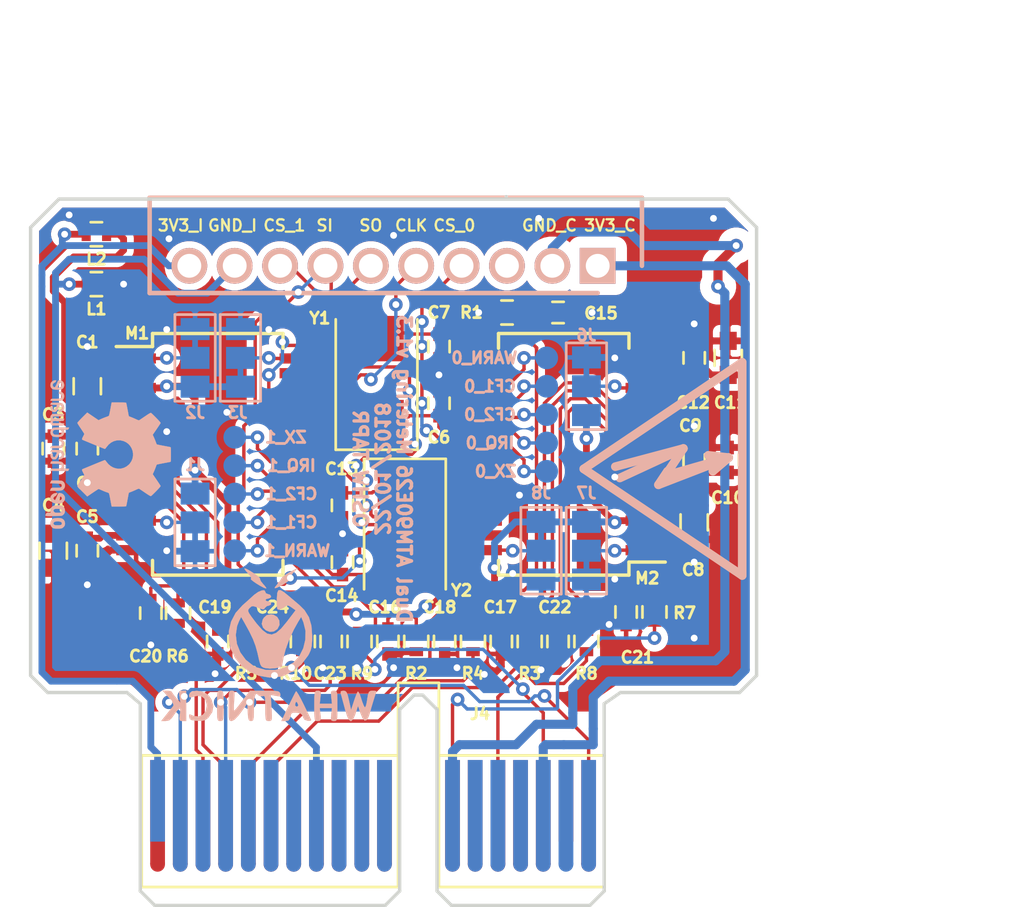
<source format=kicad_pcb>
(kicad_pcb (version 20221018) (generator pcbnew)
  (layers (0 "F.Cu" mixed) (31 "B.Cu" mixed) (34 "B.Paste" user) (35 "F.Paste" user) (36 "B.SilkS" user "B.Silkscreen") (37 "F.SilkS" user "F.Silkscreen") (38 "B.Mask" user) (39 "F.Mask" user) (44 "Edge.Cuts" user))
  (net 0 "")
  (net 1 "Net-(J3-Pad2)")
  (net 2 "SI/RX")
  (net 3 "SO/TX")
  (net 4 "SCLK")
  (net 5 "Net-(C4-Pad1)")
  (net 6 "Net-(J1-Pad2)")
  (net 7 "GNDD")
  (net 8 "Net-(J2-Pad2)")
  (net 9 "+3V3")
  (net 10 "Net-(J8-Pad2)")
  (net 11 "Net-(C11-Pad1)")
  (net 12 "Net-(J6-Pad2)")
  (net 13 "Net-(J7-Pad2)")
  (net 14 "CS_0")
  (net 15 "CLKOUT_0")
  (net 16 "CLKIN_0")
  (net 17 "ZX_0")
  (net 18 "IRQ_0")
  (net 19 "CF2_0")
  (net 20 "CF1_0")
  (net 21 "WARN_0")
  (net 22 "VP_0")
  (net 23 "VN_0")
  (net 24 "I1N_1")
  (net 25 "I1P_0")
  (net 26 "I2N_0")
  (net 27 "I2P_0")
  (net 28 "CS_1")
  (net 29 "CLKOUT_1")
  (net 30 "CLKIN_1")
  (net 31 "ZX_1")
  (net 32 "IRQ_1")
  (net 33 "CF2_1")
  (net 34 "CF1_1")
  (net 35 "WARN_1")
  (net 36 "VP_1")
  (net 37 "VN_1")
  (net 38 "3V3_ISO")
  (net 39 "I1N_1_IN")
  (net 40 "I1P_1")
  (net 41 "I1P_1_IN")
  (net 42 "I1N_0_IN")
  (net 43 "I1P_0_IN")
  (net 44 "I2N_1")
  (net 45 "I2P_1")
  (net 46 "I1N_0")
  (net 47 "I2N_1_IN")
  (net 48 "I2P_0_IN")
  (net 49 "I2P_1_IN")
  (net 50 "I2N_0_IN")
  (net 51 "Net-(J4-PadA9)")
  (net 52 "Net-(J4-PadA7)")
  (net 53 "Net-(J4-PadA6)")
  (net 54 "Net-(J4-PadA5)")
  (net 55 "Net-(J4-PadA3)")
  (net 56 "Net-(J4-PadA13)")
  (net 57 "Net-(J4-PadA18)")
  (net 58 "Net-(J4-PadA17)")
  (net 59 "Net-(J4-PadA15)")
  (net 60 "Net-(J4-PadA14)")
  (net 61 "Net-(J4-PadA11)")
  (net 62 "Net-(J4-PadA10)")
  (net 63 "Net-(J4-PadB13)")
  (net 64 "Net-(J4-PadB17)")
  (net 65 "Net-(J4-PadB15)")
  (net 66 "Net-(J4-PadB11)")
  (net 67 "Net-(J4-PadB10)")
  (net 68 "Net-(J4-PadB9)")
  (net 69 "Net-(J4-PadB8)")
  (net 70 "Net-(J4-PadB7)")
  (net 71 "Net-(J4-PadB2)")
  (net 72 "Net-(J4-PadB1)")
  (net 73 "GND_CPU")
  (net 74 "3V3_CPU")
  (net 75 "Net-(J5-Pad3)")
  (net 76 "GND_ISO")
  (footprint "Housings_SSOP:SSOP-28_5.3x10.2mm_Pitch0.65mm" (layer "F.Cu") (at 138.16 69.65)
    (fp_text reference "M1")
    (fp_text value "ATM90E26_ATM90E26")
  )
  (footprint "Connectors:PCI-EXPRESS" (layer "F.Cu") (at 135.508 84.923)
    (fp_text reference "J4")
    (fp_text value "CONN_02X18")
  )
  (footprint "Capacitors_SMD:C_0603" (layer "F.Cu") (at 132.41 66.65 90)
    (fp_text reference "C1")
    (fp_text value "10u")
  )
  (footprint "Capacitors_SMD:C_0603" (layer "F.Cu") (at 130.91 73.9 -90)
    (fp_text reference "C4")
    (fp_text value "10u")
  )
  (footprint "Capacitors_SMD:C_0402" (layer "F.Cu") (at 132.41 69.4 90)
    (fp_text reference "C2")
    (fp_text value "100n")
  )
  (footprint "Capacitors_SMD:C_0402" (layer "F.Cu") (at 130.91 69.4 -90)
    (fp_text reference "C3")
    (fp_text value "100n")
  )
  (footprint "Capacitors_SMD:C_0402" (layer "F.Cu") (at 132.41 73.9 -90)
    (fp_text reference "C5")
    (fp_text value "100n")
  )
  (footprint "Capacitors_SMD:C_0402" (layer "F.Cu") (at 147.91 67.4 -90)
    (fp_text reference "C6")
    (fp_text value "20p")
  )
  (footprint "Capacitors_SMD:C_0402" (layer "F.Cu") (at 147.91 64.9 90)
    (fp_text reference "C7")
    (fp_text value "20p")
  )
  (footprint "Housings_SSOP:SSOP-28_5.3x10.2mm_Pitch0.65mm" (layer "F.Cu") (at 153.41 69.65 180)
    (fp_text reference "M2")
    (fp_text value "ATM90E26_ATM90E26")
  )
  (footprint "Capacitors_SMD:C_0603" (layer "F.Cu") (at 160.66 65.4 90)
    (fp_text reference "C11")
    (fp_text value "10u")
  )
  (footprint "Capacitors_SMD:C_0603" (layer "F.Cu") (at 159.16 72.65 -90)
    (fp_text reference "C8")
    (fp_text value "10u")
  )
  (footprint "Capacitors_SMD:C_0402" (layer "F.Cu") (at 143.66 74.4 -90)
    (fp_text reference "C14")
    (fp_text value "20p")
  )
  (footprint "Capacitors_SMD:C_0402" (layer "F.Cu") (at 143.66 71.9 90)
    (fp_text reference "C13")
    (fp_text value "20p")
  )
  (footprint "Capacitors_SMD:C_0402" (layer "F.Cu") (at 159.16 65.4 90)
    (fp_text reference "C12")
    (fp_text value "100n")
  )
  (footprint "Capacitors_SMD:C_0402" (layer "F.Cu") (at 160.66 69.9 90)
    (fp_text reference "C10")
    (fp_text value "100n")
  )
  (footprint "Capacitors_SMD:C_0402" (layer "F.Cu") (at 159.16 69.9 -90)
    (fp_text reference "C9")
    (fp_text value "100n")
  )
  (footprint "Resistors_SMD:R_0402" (layer "F.Cu") (at 146.91 77.9 -90)
    (fp_text reference "R2")
    (fp_text value "1K")
  )
  (footprint "Resistors_SMD:R_0402" (layer "F.Cu") (at 150.91 63.4 180)
    (fp_text reference "R1")
    (fp_text value "1K")
  )
  (footprint "Capacitors_SMD:C_0402" (layer "F.Cu") (at 145.66 77.9 90)
    (fp_text reference "C16")
    (fp_text value "33n")
  )
  (footprint "Capacitors_SMD:C_0402" (layer "F.Cu") (at 153.16 63.4 180)
    (fp_text reference "C15")
    (fp_text value "33n")
  )
  (footprint "Resistors_SMD:R_0402" (layer "F.Cu") (at 136.41 76.65 -90)
    (fp_text reference "R6")
    (fp_text value "1K")
  )
  (footprint "Resistors_SMD:R_0402" (layer "F.Cu") (at 139.41 77.9 -90)
    (fp_text reference "R5")
    (fp_text value "1K")
  )
  (footprint "Resistors_SMD:R_0402" (layer "F.Cu") (at 149.41 77.9 -90)
    (fp_text reference "R4")
    (fp_text value "1K")
  )
  (footprint "Resistors_SMD:R_0402" (layer "F.Cu") (at 151.91 77.9 -90)
    (fp_text reference "R3")
    (fp_text value "1K")
  )
  (footprint "Capacitors_SMD:C_0402" (layer "F.Cu") (at 135.21 76.65 90)
    (fp_text reference "C20")
    (fp_text value "33n")
  )
  (footprint "Capacitors_SMD:C_0402" (layer "F.Cu") (at 138.16 77.9 90)
    (fp_text reference "C19")
    (fp_text value "33n")
  )
  (footprint "Capacitors_SMD:C_0402" (layer "F.Cu") (at 148.16 77.9 90)
    (fp_text reference "C18")
    (fp_text value "33n")
  )
  (footprint "Capacitors_SMD:C_0402" (layer "F.Cu") (at 150.66 77.9 90)
    (fp_text reference "C17")
    (fp_text value "33n")
  )
  (footprint "Crystals:Crystal_SMD_5032-2pin_5.0x3.2mm" (layer "F.Cu") (at 146.41 72.9 -90)
    (fp_text reference "Y2")
    (fp_text value "Crystal_Small")
  )
  (footprint "Crystals:Crystal_SMD_5032-2pin_5.0x3.2mm" (layer "F.Cu") (at 145.16 66.4 90)
    (fp_text reference "Y1")
    (fp_text value "Crystal_Small")
  )
  (footprint "Resistors_SMD:R_0402" (layer "F.Cu") (at 141.91 77.9 -90)
    (fp_text reference "R10")
    (fp_text value "1K")
  )
  (footprint "Resistors_SMD:R_0402" (layer "F.Cu") (at 157.41 76.6 -90)
    (fp_text reference "R7")
    (fp_text value "1K")
  )
  (footprint "Resistors_SMD:R_0402" (layer "F.Cu") (at 144.41 77.9 -90)
    (fp_text reference "R9")
    (fp_text value "1K")
  )
  (footprint "Resistors_SMD:R_0402" (layer "F.Cu") (at 154.41 77.9 -90)
    (fp_text reference "R8")
    (fp_text value "1K")
  )
  (footprint "Capacitors_SMD:C_0402" (layer "F.Cu") (at 143.16 77.9 90)
    (fp_text reference "C23")
    (fp_text value "33n")
  )
  (footprint "Capacitors_SMD:C_0402" (layer "F.Cu") (at 140.66 77.9 90)
    (fp_text reference "C24")
    (fp_text value "33n")
  )
  (footprint "Capacitors_SMD:C_0402" (layer "F.Cu") (at 156.16 76.6 90)
    (fp_text reference "C21")
    (fp_text value "33n")
  )
  (footprint "Capacitors_SMD:C_0402" (layer "F.Cu") (at 153.16 77.9 90)
    (fp_text reference "C22")
    (fp_text value "33n")
  )
  (footprint "Inductors_SMD:L_0402" (layer "F.Cu") (at 132.81 62.15)
    (fp_text reference "L1")
    (fp_text value "GND_SUP")
  )
  (footprint "Inductors_SMD:L_0402" (layer "F.Cu") (at 132.81 59.95)
    (fp_text reference "L2")
    (fp_text value "3V3_SUP")
  )
  (footprint "Connectors:GS3" (layer "B.Cu") (at 137.16 72.65)
    (fp_text reference "J1")
    (fp_text value "USEL")
  )
  (footprint "Connectors:GS3" (layer "B.Cu") (at 137.16 65.4 180)
    (fp_text reference "J2")
    (fp_text value "MMD1")
  )
  (footprint "Connectors:GS3" (layer "B.Cu") (at 139.16 65.4)
    (fp_text reference "J3")
    (fp_text value "MMD0")
  )
  (footprint "Connectors:GS3" (layer "B.Cu") (at 154.41 66.65 180)
    (fp_text reference "J6")
    (fp_text value "USEL")
  )
  (footprint "Connectors:GS3" (layer "B.Cu") (at 154.41 73.9)
    (fp_text reference "J7")
    (fp_text value "MMD1")
  )
  (footprint "Connectors:GS3" (layer "B.Cu") (at 152.41 73.9 180)
    (fp_text reference "J8")
    (fp_text value "MMD0")
  )
  (footprint "52418-1010:SHDR10W60P200_1X10_2150X400X335P" (layer "B.Cu") (at 154.907 61.341 180)
    (fp_text reference "J5")
    (fp_text value "CONN_01X10" hide)
  )
  (footprint "Measurement_Points:Measurement_Point_Round-SMD-Pad_Small" (layer "B.Cu") (at 152.66 65.4 90)
    (fp_text reference "WARN_0")
    (fp_text value "WARN_0")
  )
  (footprint "Measurement_Points:Measurement_Point_Round-SMD-Pad_Small" (layer "B.Cu") (at 152.66 66.65 90)
    (fp_text reference "CF1_0")
    (fp_text value "CF1_0")
  )
  (footprint "Measurement_Points:Measurement_Point_Round-SMD-Pad_Small" (layer "B.Cu") (at 152.66 67.9 90)
    (fp_text reference "CF2_0")
    (fp_text value "CF2_0")
  )
  (footprint "Measurement_Points:Measurement_Point_Round-SMD-Pad_Small" (layer "B.Cu") (at 152.66 69.15 90)
    (fp_text reference "IRQ_0")
    (fp_text value "IRQ_0")
  )
  (footprint "Measurement_Points:Measurement_Point_Round-SMD-Pad_Small" (layer "B.Cu") (at 152.66 70.4 90)
    (fp_text reference "ZX_0")
    (fp_text value "ZX_0")
  )
  (footprint "Measurement_Points:Measurement_Point_Round-SMD-Pad_Small" (layer "B.Cu") (at 138.91 71.4 180)
    (fp_text reference "CF2_1")
    (fp_text value "CF2_1")
  )
  (footprint "Measurement_Points:Measurement_Point_Round-SMD-Pad_Small" (layer "B.Cu") (at 138.91 72.65 180)
    (fp_text reference "CF1_1")
    (fp_text value "CF1_1")
  )
  (footprint "Measurement_Points:Measurement_Point_Round-SMD-Pad_Small" (layer "B.Cu") (at 138.91 73.9 180)
    (fp_text reference "WARN_1")
    (fp_text value "WARN_1")
  )
  (footprint "Measurement_Points:Measurement_Point_Round-SMD-Pad_Small" (layer "B.Cu") (at 138.91 68.9 180)
    (fp_text reference "ZX_1")
    (fp_text value "ZX_1")
  )
  (footprint "Measurement_Points:Measurement_Point_Round-SMD-Pad_Small" (layer "B.Cu") (at 138.91 70.15 180)
    (fp_text reference "IRQ_1")
    (fp_text value "IRQ_1")
  )
  (footprint "Whatnick_logo:Whatnick_logo" (layer "B.Cu") (at 140.449 78.04 180)
    (fp_text reference "G1" hide)
    (fp_text value "LOGO" hide)
  )
  (footprint "Symbols:OSHW-Logo2_7.3x6mm_SilkScreen" (layer "B.Cu") (at 133.337 69.658 90)
    (fp_text reference "LOGO1" hide)
    (fp_text value "Logo_Open_Hardware_Small" hide)
  )
  (footprint "Whatnick_logo:Fsilk_HV" (layer "B.Cu") (at 158.483 70.293 -90)
    (fp_text reference "SYM1" hide)
    (fp_text value "SYM_Flash_Small")
  )
  (gr_line (start 150.876 58.293) (end 150.876 58.293) (stroke (width 0.15)) (layer "Edge.Cuts"))
  (gr_line (start 134.747 80.645) (end 134.747 80.645) (stroke (width 0.15)) (layer "Edge.Cuts"))
  (gr_line (start 135.382 89.535) (end 145.542 89.535) (stroke (width 0.15)) (layer "Edge.Cuts"))
  (gr_line (start 161.91 79.4) (end 161.91 59.65) (stroke (width 0.15)) (layer "Edge.Cuts"))
  (gr_line (start 160.66 58.4) (end 161.91 59.65) (stroke (width 0.15)) (layer "Edge.Cuts"))
  (gr_line (start 130.66 80.15) (end 134.16 80.15) (stroke (width 0.15)) (layer "Edge.Cuts"))
  (gr_line (start 146.177 88.9) (end 146.177 80.899) (stroke (width 0.15)) (layer "Edge.Cuts"))
  (gr_line (start 147.193 80.264) (end 147.828 80.899) (stroke (width 0.15)) (layer "Edge.Cuts"))
  (gr_line (start 134.16 80.15) (end 134.747 80.645) (stroke (width 0.15)) (layer "Edge.Cuts"))
  (gr_line (start 134.747 80.645) (end 134.747 88.9) (stroke (width 0.15)) (layer "Edge.Cuts"))
  (gr_line (start 161.91 79.4) (end 161.16 80.15) (stroke (width 0.15)) (layer "Edge.Cuts"))
  (gr_line (start 155.194 88.9) (end 155.194 80.645) (stroke (width 0.15)) (layer "Edge.Cuts"))
  (gr_line (start 154.559 89.535) (end 155.194 88.9) (stroke (width 0.15)) (layer "Edge.Cuts"))
  (gr_line (start 155.91 80.15) (end 155.194 80.645) (stroke (width 0.15)) (layer "Edge.Cuts"))
  (gr_line (start 145.542 89.535) (end 146.177 88.9) (stroke (width 0.15)) (layer "Edge.Cuts"))
  (gr_line (start 146.812 80.264) (end 146.177 80.899) (stroke (width 0.15)) (layer "Edge.Cuts"))
  (gr_line (start 147.828 80.899) (end 147.828 88.9) (stroke (width 0.15)) (layer "Edge.Cuts"))
  (gr_line (start 147.828 88.9) (end 148.463 89.535) (stroke (width 0.15)) (layer "Edge.Cuts"))
  (gr_line (start 161.16 80.15) (end 155.91 80.15) (stroke (width 0.15)) (layer "Edge.Cuts"))
  (gr_line (start 129.91 59.65) (end 131.16 58.4) (stroke (width 0.15)) (layer "Edge.Cuts"))
  (gr_line (start 129.91 79.4) (end 130.66 80.15) (stroke (width 0.15)) (layer "Edge.Cuts"))
  (gr_line (start 146.812 80.264) (end 147.193 80.264) (stroke (width 0.15)) (layer "Edge.Cuts"))
  (gr_line (start 129.91 59.65) (end 129.91 79.4) (stroke (width 0.15)) (layer "Edge.Cuts"))
  (gr_line (start 134.747 88.9) (end 135.382 89.535) (stroke (width 0.15)) (layer "Edge.Cuts"))
  (gr_line (start 148.463 89.535) (end 154.559 89.535) (stroke (width 0.15)) (layer "Edge.Cuts"))
  (gr_line (start 131.16 58.4) (end 160.66 58.4) (stroke (width 0.15)) (layer "Edge.Cuts"))
  (gr_text "Dual ATM90E26 Metering v1.3\n22/01/2018\nOSHW TAPR" (at 145.402 70.293 270) (layer "B.SilkS") (effects (font (size 0.6 0.6)) (justify mirror)))
  (gr_text "GND_C" (at 152.781 59.563) (layer "F.SilkS") (effects (font (size 0.5 0.5) (thickness 0.1))))
  (gr_text "CS_0" (at 148.59 59.563) (layer "F.SilkS") (effects (font (size 0.5 0.5) (thickness 0.1))))
  (gr_text "CLK" (at 146.685 59.563) (layer "F.SilkS") (effects (font (size 0.5 0.5) (thickness 0.1))))
  (gr_text "SO" (at 144.907 59.563) (layer "F.SilkS") (effects (font (size 0.5 0.5) (thickness 0.1))))
  (gr_text "SI" (at 142.875 59.563) (layer "F.SilkS") (effects (font (size 0.5 0.5) (thickness 0.1))))
  (gr_text "CS_1" (at 141.097 59.563) (layer "F.SilkS") (effects (font (size 0.5 0.5) (thickness 0.1))))
  (gr_text "GND_I" (at 138.811 59.563) (layer "F.SilkS") (effects (font (size 0.5 0.5) (thickness 0.1))))
  (gr_text "3V3_I" (at 136.525 59.563) (layer "F.SilkS") (effects (font (size 0.5 0.5) (thickness 0.1))))
  (gr_text "3V3_C" (at 155.448 59.563) (layer "F.SilkS") (effects (font (size 0.5 0.5) (thickness 0.1))))
  (segment (start 141.76 65.425) (end 140.435 65.425) (width 0.15) (layer "F.Cu") (net 1))
  (segment (start 140.435 65.425) (end 140.41 65.4) (width 0.15) (layer "F.Cu") (net 1))
  (via (at 140.41 65.4) (size 0.6) (drill 0.3) (layers "F.Cu" "B.Cu") (net 1))
  (segment (start 140.41 65.4) (end 139.16 65.4) (width 0.15) (layer "B.Cu") (net 1))
  (segment (start 139.16 65.4) (end 139.16 66.718) (width 0.25) (layer "B.Cu") (net 1))
  (segment (start 143.16 61.594) (end 142.907 61.341) (width 0.15) (layer "F.Cu") (net 2))
  (segment (start 148.51 73.1) (end 144.81 73.1) (width 0.15) (layer "F.Cu") (net 2))
  (segment (start 144.81 73.1) (end 144.41 73.5) (width 0.15) (layer "F.Cu") (net 2))
  (segment (start 144.41 73.5) (end 144.41 74.35) (width 0.15) (layer "F.Cu") (net 2))
  (segment (start 141.085002 75.374998) (end 140.184998 75.374998) (width 0.15) (layer "F.Cu") (net 2))
  (segment (start 140.184998 75.374998) (end 139.51 74.7) (width 0.15) (layer "F.Cu") (net 2))
  (segment (start 139.51 74.7) (end 139.26 74.7) (width 0.15) (layer "F.Cu") (net 2))
  (segment (start 139.26 74.7) (end 139.06 74.5) (width 0.15) (layer "F.Cu") (net 2))
  (segment (start 139.06 74.5) (end 139.06 71.6) (width 0.15) (layer "F.Cu") (net 2))
  (segment (start 139.06 71.6) (end 139.31 71.35) (width 0.15) (layer "F.Cu") (net 2))
  (segment (start 139.31 71.35) (end 139.31 68.4) (width 0.15) (layer "F.Cu") (net 2))
  (segment (start 139.31 68.4) (end 139.81 67.9) (width 0.15) (layer "F.Cu") (net 2))
  (segment (start 139.81 67.9) (end 139.81 63.85) (width 0.15) (layer "F.Cu") (net 2))
  (segment (start 139.81 63.85) (end 140.11 63.55) (width 0.15) (layer "F.Cu") (net 2))
  (segment (start 140.11 63.55) (end 140.66 63.55) (width 0.15) (layer "F.Cu") (net 2))
  (segment (start 140.66 63.55) (end 141.71 62.5) (width 0.15) (layer "F.Cu") (net 2))
  (segment (start 143.16 65.9) (end 143.16 61.594) (width 0.15) (layer "F.Cu") (net 2))
  (segment (start 143.16 61.594) (end 142.907 61.341) (width 0.15) (layer "F.Cu") (net 2))
  (segment (start 149.81 73.225) (end 148.635 73.225) (width 0.15) (layer "F.Cu") (net 2))
  (segment (start 148.635 73.225) (end 148.51 73.1) (width 0.15) (layer "F.Cu") (net 2))
  (segment (start 142.985 66.075) (end 143.16 65.9) (width 0.15) (layer "F.Cu") (net 2))
  (segment (start 141.76 66.075) (end 142.985 66.075) (width 0.15) (layer "F.Cu") (net 2))
  (segment (start 141.36 75.1) (end 141.085002 75.374998) (width 0.15) (layer "F.Cu") (net 2))
  (via (at 141.36 75.1) (size 0.6) (drill 0.3) (layers "F.Cu" "B.Cu") (net 2))
  (via (at 141.71 62.5) (size 0.6) (drill 0.3) (layers "F.Cu" "B.Cu") (net 2))
  (via (at 144.41 74.35) (size 0.6) (drill 0.3) (layers "F.Cu" "B.Cu") (net 2))
  (segment (start 144.41 74.35) (end 143.66 75.1) (width 0.15) (layer "B.Cu") (net 2))
  (segment (start 143.66 75.1) (end 141.36 75.1) (width 0.15) (layer "B.Cu") (net 2))
  (segment (start 141.71 62.5) (end 142.869 61.341) (width 0.15) (layer "B.Cu") (net 2))
  (segment (start 142.869 61.341) (end 142.907 61.341) (width 0.15) (layer "B.Cu") (net 2))
  (segment (start 144.907 61.341) (end 143.66 62.588) (width 0.15) (layer "F.Cu") (net 3))
  (segment (start 143.51 62.738) (end 143.66 62.588) (width 0.15) (layer "F.Cu") (net 3))
  (segment (start 148.285 72.575) (end 148.11 72.75) (width 0.15) (layer "F.Cu") (net 3))
  (segment (start 148.11 72.75) (end 144.61 72.75) (width 0.15) (layer "F.Cu") (net 3))
  (segment (start 144.61 72.75) (end 144.51 72.65) (width 0.15) (layer "F.Cu") (net 3))
  (segment (start 143.185 66.725) (end 143.71 66.2) (width 0.15) (layer "F.Cu") (net 3))
  (segment (start 143.71 66.2) (end 143.71 65.7) (width 0.15) (layer "F.Cu") (net 3))
  (segment (start 143.71 65.7) (end 143.51 65.5) (width 0.15) (layer "F.Cu") (net 3))
  (segment (start 143.51 65.5) (end 143.51 62.738) (width 0.15) (layer "F.Cu") (net 3))
  (segment (start 144.76 69.65) (end 146.71 69.65) (width 0.15) (layer "F.Cu") (net 3))
  (segment (start 146.71 69.65) (end 146.86 69.5) (width 0.15) (layer "F.Cu") (net 3))
  (segment (start 146.86 69.5) (end 146.86 69.2) (width 0.15) (layer "F.Cu") (net 3))
  (segment (start 146.61 66.85) (end 146.61 66.15) (width 0.15) (layer "F.Cu") (net 3))
  (segment (start 146.26 65.8) (end 144.31 65.8) (width 0.15) (layer "F.Cu") (net 3))
  (segment (start 144.31 65.8) (end 143.91 66.2) (width 0.15) (layer "F.Cu") (net 3))
  (segment (start 143.085 66.725) (end 143.185 66.725) (width 0.15) (layer "F.Cu") (net 3))
  (segment (start 143.71 66.2) (end 143.91 66.2) (width 0.15) (layer "F.Cu") (net 3))
  (segment (start 143.085 66.725) (end 141.76 66.725) (width 0.15) (layer "F.Cu") (net 3))
  (segment (start 146.61 66.15) (end 146.26 65.8) (width 0.15) (layer "F.Cu") (net 3))
  (segment (start 144.26 70.15) (end 144.76 69.65) (width 0.15) (layer "F.Cu") (net 3))
  (segment (start 148.285 72.575) (end 149.81 72.575) (width 0.15) (layer "F.Cu") (net 3))
  (via (at 146.61 66.85) (size 0.6) (drill 0.3) (layers "F.Cu" "B.Cu") (net 3))
  (via (at 144.26 70.15) (size 0.6) (drill 0.3) (layers "F.Cu" "B.Cu") (net 3))
  (via (at 144.51 72.65) (size 0.6) (drill 0.3) (layers "F.Cu" "B.Cu") (net 3))
  (via (at 146.86 69.2) (size 0.6) (drill 0.3) (layers "F.Cu" "B.Cu") (net 3))
  (segment (start 144.51 72.65) (end 144.16 72.3) (width 0.15) (layer "B.Cu") (net 3))
  (segment (start 144.16 72.3) (end 144.16 70.25) (width 0.15) (layer "B.Cu") (net 3))
  (segment (start 144.16 70.25) (end 144.26 70.15) (width 0.15) (layer "B.Cu") (net 3))
  (segment (start 146.86 69.2) (end 146.81 69.15) (width 0.15) (layer "B.Cu") (net 3))
  (segment (start 146.81 69.15) (end 146.81 67.85) (width 0.15) (layer "B.Cu") (net 3))
  (segment (start 146.81 67.85) (end 146.61 67.65) (width 0.15) (layer "B.Cu") (net 3))
  (segment (start 146.61 67.65) (end 146.61 66.85) (width 0.15) (layer "B.Cu") (net 3))
  (segment (start 147.96 72.4) (end 145.01 72.4) (width 0.15) (layer "F.Cu") (net 4))
  (segment (start 145.01 72.4) (end 144.91 72.3) (width 0.15) (layer "F.Cu") (net 4))
  (segment (start 144.91 72.3) (end 144.91 72.1) (width 0.15) (layer "F.Cu") (net 4))
  (segment (start 144.91 72.1) (end 144.71 71.9) (width 0.15) (layer "F.Cu") (net 4))
  (segment (start 144.11 70.8) (end 143.61 70.3) (width 0.15) (layer "F.Cu") (net 4))
  (segment (start 143.61 70.3) (end 143.61 69.05) (width 0.15) (layer "F.Cu") (net 4))
  (segment (start 143.61 67.8) (end 143.185 67.375) (width 0.15) (layer "F.Cu") (net 4))
  (segment (start 143.185 67.375) (end 143.16 67.375) (width 0.15) (layer "F.Cu") (net 4))
  (segment (start 143.16 67.375) (end 141.76 67.375) (width 0.15) (layer "F.Cu") (net 4))
  (segment (start 143.185 67.175) (end 143.61 66.75) (width 0.15) (layer "F.Cu") (net 4))
  (segment (start 146.01 62.238) (end 146.907 61.341) (width 0.15) (layer "F.Cu") (net 4))
  (segment (start 143.81 66.55) (end 144.06 66.55) (width 0.15) (layer "F.Cu") (net 4))
  (segment (start 144.06 66.55) (end 144.46 66.15) (width 0.15) (layer "F.Cu") (net 4))
  (segment (start 144.46 66.15) (end 144.71 66.15) (width 0.15) (layer "F.Cu") (net 4))
  (segment (start 144.71 66.15) (end 144.91 66.35) (width 0.15) (layer "F.Cu") (net 4))
  (segment (start 148.435 71.925) (end 147.96 72.4) (width 0.15) (layer "F.Cu") (net 4))
  (segment (start 149.81 71.925) (end 148.435 71.925) (width 0.15) (layer "F.Cu") (net 4))
  (segment (start 143.185 67.375) (end 143.185 67.175) (width 0.15) (layer "F.Cu") (net 4))
  (segment (start 146.01 63.05) (end 146.01 62.238) (width 0.15) (layer "F.Cu") (net 4))
  (segment (start 143.61 69.05) (end 143.61 67.8) (width 0.15) (layer "F.Cu") (net 4))
  (segment (start 143.61 66.75) (end 143.81 66.55) (width 0.15) (layer "F.Cu") (net 4))
  (segment (start 144.71 70.8) (end 144.11 70.8) (width 0.15) (layer "F.Cu") (net 4))
  (via (at 146.01 63.05) (size 0.6) (drill 0.3) (layers "F.Cu" "B.Cu") (net 4))
  (via (at 144.91 66.35) (size 0.6) (drill 0.3) (layers "F.Cu" "B.Cu") (net 4))
  (via (at 144.71 70.8) (size 0.6) (drill 0.3) (layers "F.Cu" "B.Cu") (net 4))
  (via (at 144.71 71.9) (size 0.6) (drill 0.3) (layers "F.Cu" "B.Cu") (net 4))
  (segment (start 144.71 71.9) (end 144.71 70.8) (width 0.15) (layer "B.Cu") (net 4))
  (segment (start 144.91 66.35) (end 146.01 65.25) (width 0.15) (layer "B.Cu") (net 4))
  (segment (start 146.01 65.25) (end 146.01 63.05) (width 0.15) (layer "B.Cu") (net 4))
  (segment (start 130.91 73.15) (end 130.41 73.15) (width 0.3) (layer "F.Cu") (net 5))
  (segment (start 131.96 73.35) (end 131.86 73.35) (width 0.3) (layer "F.Cu") (net 5))
  (segment (start 132.41 73.35) (end 131.96 73.35) (width 0.3) (layer "F.Cu") (net 5))
  (segment (start 131.66 73.15) (end 130.91 73.15) (width 0.3) (layer "F.Cu") (net 5))
  (segment (start 131.86 73.35) (end 131.66 73.15) (width 0.3) (layer "F.Cu") (net 5))
  (segment (start 132.41 73.35) (end 132.96 73.35) (width 0.3) (layer "F.Cu") (net 5))
  (segment (start 133.085 73.225) (end 134.56 73.225) (width 0.3) (layer "F.Cu") (net 5))
  (segment (start 132.96 73.35) (end 133.085 73.225) (width 0.3) (layer "F.Cu") (net 5))
  (segment (start 135.835 72.575) (end 134.56 72.575) (width 0.15) (layer "F.Cu") (net 6))
  (segment (start 135.91 72.65) (end 135.835 72.575) (width 0.15) (layer "F.Cu") (net 6))
  (via (at 135.91 72.65) (size 0.6) (drill 0.3) (layers "F.Cu" "B.Cu") (net 6))
  (segment (start 137.16 72.65) (end 135.91 72.65) (width 0.15) (layer "B.Cu") (net 6))
  (segment (start 137.16 72.65) (end 137.16 73.836) (width 0.25) (layer "B.Cu") (net 6))
  (segment (start 158.235 73.225) (end 158.41 73.4) (width 0.3) (layer "F.Cu") (net 7))
  (segment (start 158.61 69.35) (end 158.41 69.15) (width 0.3) (layer "F.Cu") (net 7))
  (segment (start 158.41 69.15) (end 158.41 68.9) (width 0.3) (layer "F.Cu") (net 7))
  (segment (start 158.41 68.9) (end 158.185 68.675) (width 0.3) (layer "F.Cu") (net 7))
  (segment (start 158.185 68.675) (end 157.01 68.675) (width 0.3) (layer "F.Cu") (net 7))
  (segment (start 158.135 65.425) (end 158.41 65.15) (width 0.3) (layer "F.Cu") (net 7))
  (segment (start 158.41 65.15) (end 158.41 64.9) (width 0.3) (layer "F.Cu") (net 7))
  (segment (start 158.41 64.9) (end 158.46 64.85) (width 0.3) (layer "F.Cu") (net 7))
  (segment (start 158.46 64.85) (end 159.16 64.85) (width 0.3) (layer "F.Cu") (net 7))
  (segment (start 159.71 64.85) (end 159.91 64.65) (width 0.3) (layer "F.Cu") (net 7))
  (segment (start 159.91 64.65) (end 161.16 64.65) (width 0.3) (layer "F.Cu") (net 7))
  (segment (start 155.685 65.425) (end 155.66 65.4) (width 0.3) (layer "F.Cu") (net 7))
  (segment (start 155.685 70.625) (end 155.66 70.65) (width 0.3) (layer "F.Cu") (net 7))
  (segment (start 140.66 78.45) (end 140.66 79.4) (width 0.3) (layer "F.Cu") (net 7))
  (segment (start 143.66 72.45) (end 143.66 73.15) (width 0.3) (layer "F.Cu") (net 7))
  (segment (start 143.66 73.15) (end 143.66 73.85) (width 0.3) (layer "F.Cu") (net 7))
  (segment (start 132.41 69.95) (end 130.91 69.95) (width 0.3) (layer "F.Cu") (net 7))
  (segment (start 132.41 74.45) (end 132.41 75.4) (width 0.3) (layer "F.Cu") (net 7))
  (segment (start 132.41 69.95) (end 132.41 70.9) (width 0.3) (layer "F.Cu") (net 7))
  (segment (start 132.41 65.9) (end 132.41 64.9) (width 0.3) (layer "F.Cu") (net 7))
  (segment (start 134.56 68.675) (end 135.885 68.675) (width 0.3) (layer "F.Cu") (net 7))
  (segment (start 135.885 68.675) (end 135.91 68.65) (width 0.3) (layer "F.Cu") (net 7))
  (segment (start 134.56 73.875) (end 135.885 73.875) (width 0.3) (layer "F.Cu") (net 7))
  (segment (start 135.885 73.875) (end 135.91 73.9) (width 0.3) (layer "F.Cu") (net 7))
  (segment (start 130.91 74.65) (end 131.66 74.65) (width 0.3) (layer "F.Cu") (net 7))
  (segment (start 132.41 74.45) (end 131.86 74.45) (width 0.3) (layer "F.Cu") (net 7))
  (segment (start 131.66 74.65) (end 130.41 74.65) (width 0.3) (layer "F.Cu") (net 7))
  (segment (start 131.86 74.45) (end 131.66 74.65) (width 0.3) (layer "F.Cu") (net 7))
  (segment (start 134.56 73.875) (end 133.435 73.875) (width 0.3) (layer "F.Cu") (net 7))
  (segment (start 133.11 74.45) (end 132.41 74.45) (width 0.3) (layer "F.Cu") (net 7))
  (segment (start 133.16 74.4) (end 133.11 74.45) (width 0.3) (layer "F.Cu") (net 7))
  (segment (start 133.16 74.15) (end 133.16 74.4) (width 0.3) (layer "F.Cu") (net 7))
  (segment (start 133.435 73.875) (end 133.16 74.15) (width 0.3) (layer "F.Cu") (net 7))
  (segment (start 132.41 65.9) (end 133.16 65.9) (width 0.3) (layer "F.Cu") (net 7))
  (segment (start 133.335 66.075) (end 133.16 65.9) (width 0.3) (layer "F.Cu") (net 7))
  (segment (start 133.335 66.075) (end 134.56 66.075) (width 0.3) (layer "F.Cu") (net 7))
  (segment (start 132.41 69.95) (end 132.96 69.95) (width 0.3) (layer "F.Cu") (net 7))
  (segment (start 133.385 70.625) (end 134.56 70.625) (width 0.3) (layer "F.Cu") (net 7))
  (segment (start 133.16 70.4) (end 133.385 70.625) (width 0.3) (layer "F.Cu") (net 7))
  (segment (start 133.16 70.15) (end 133.16 70.4) (width 0.3) (layer "F.Cu") (net 7))
  (segment (start 132.96 69.95) (end 133.16 70.15) (width 0.3) (layer "F.Cu") (net 7))
  (segment (start 146.31 78.35) (end 146.21 78.45) (width 0.3) (layer "F.Cu") (net 7))
  (segment (start 146.21 78.45) (end 145.66 78.45) (width 0.3) (layer "F.Cu") (net 7))
  (segment (start 133.91 62.15) (end 134.01 62.15) (width 0.3) (layer "F.Cu") (net 7))
  (segment (start 150.66 79) (end 150.31 79.35) (width 0.3) (layer "F.Cu") (net 7))
  (segment (start 150.31 79.35) (end 149.91 79.35) (width 0.3) (layer "F.Cu") (net 7))
  (segment (start 153.01 79.15) (end 152.41 79.15) (width 0.3) (layer "F.Cu") (net 7))
  (segment (start 145.91 60) (end 151.56 60) (width 0.3) (layer "F.Cu") (net 7))
  (segment (start 151.56 60) (end 152.31 59.25) (width 0.3) (layer "F.Cu") (net 7))
  (segment (start 134.91 59.05) (end 131.66 59.05) (width 0.3) (layer "F.Cu") (net 7))
  (segment (start 131.66 59.05) (end 131.61 59.1) (width 0.3) (layer "F.Cu") (net 7))
  (segment (start 160.66 64.65) (end 159.91 64.65) (width 0.3) (layer "F.Cu") (net 7))
  (segment (start 145.91 78.631736) (end 145.91 79.056) (width 0.3) (layer "F.Cu") (net 7))
  (segment (start 150.46 63.4) (end 149.66 63.4) (width 0.3) (layer "F.Cu") (net 7))
  (segment (start 159.16 69.35) (end 159.16 68.4) (width 0.3) (layer "F.Cu") (net 7))
  (segment (start 153.16 78.45) (end 153.16 79) (width 0.3) (layer "F.Cu") (net 7))
  (segment (start 147.91 66.15) (end 147.91 65.45) (width 0.3) (layer "F.Cu") (net 7))
  (segment (start 159.16 69.35) (end 160.66 69.35) (width 0.3) (layer "F.Cu") (net 7))
  (segment (start 153.16 79) (end 153.01 79.15) (width 0.3) (layer "F.Cu") (net 7))
  (segment (start 148.166 79.056) (end 148.279736 79.056) (width 0.3) (layer "F.Cu") (net 7))
  (segment (start 148.279736 79.056) (end 148.704 79.056) (width 0.3) (layer "F.Cu") (net 7))
  (segment (start 159.16 77.75) (end 159.16 74.4) (width 0.3) (layer "F.Cu") (net 7))
  (segment (start 143.16 78.681815) (end 143.08646 78.755355) (width 0.3) (layer "F.Cu") (net 7))
  (segment (start 136.01 60.15) (end 134.01 62.15) (width 0.3) (layer "F.Cu") (net 7))
  (segment (start 160.66 69.35) (end 161.11 69.35) (width 0.3) (layer "F.Cu") (net 7))
  (segment (start 156.16 77.15) (end 155.41 77.15) (width 0.3) (layer "F.Cu") (net 7))
  (segment (start 148.16 78.45) (end 148.16 79.05) (width 0.3) (layer "F.Cu") (net 7))
  (segment (start 138.16 78.45) (end 138.16 79.203532) (width 0.3) (layer "F.Cu") (net 7))
  (segment (start 159.16 64.85) (end 159.71 64.85) (width 0.3) (layer "F.Cu") (net 7))
  (segment (start 143.08646 78.755355) (end 142.786461 79.055354) (width 0.3) (layer "F.Cu") (net 7))
  (segment (start 159.16 64.85) (end 159.16 63.9) (width 0.3) (layer "F.Cu") (net 7))
  (segment (start 157.01 65.425) (end 155.685 65.425) (width 0.3) (layer "F.Cu") (net 7))
  (segment (start 153.71 63.4) (end 154.66 63.4) (width 0.3) (layer "F.Cu") (net 7))
  (segment (start 159.16 74.4) (end 159.16 73.4) (width 0.3) (layer "F.Cu") (net 7))
  (segment (start 148.16 79.05) (end 148.166 79.056) (width 0.3) (layer "F.Cu") (net 7))
  (segment (start 145.728264 78.45) (end 145.91 78.631736) (width 0.3) (layer "F.Cu") (net 7))
  (segment (start 135.21 77.2) (end 135.21 78.05) (width 0.3) (layer "F.Cu") (net 7))
  (segment (start 145.66 78.45) (end 145.728264 78.45) (width 0.3) (layer "F.Cu") (net 7))
  (segment (start 157.01 65.425) (end 158.135 65.425) (width 0.3) (layer "F.Cu") (net 7))
  (segment (start 147.91 66.85) (end 147.91 66.15) (width 0.3) (layer "F.Cu") (net 7))
  (segment (start 146.91 78.35) (end 146.31 78.35) (width 0.3) (layer "F.Cu") (net 7))
  (segment (start 133.26 62.15) (end 133.91 62.15) (width 0.3) (layer "F.Cu") (net 7))
  (segment (start 138.16 79.203532) (end 138.042239 79.321293) (width 0.3) (layer "F.Cu") (net 7))
  (segment (start 159.16 73.4) (end 158.41 73.4) (width 0.3) (layer "F.Cu") (net 7))
  (segment (start 157.01 70.625) (end 155.685 70.625) (width 0.3) (layer "F.Cu") (net 7))
  (segment (start 130.91 69.95) (end 130.46 69.95) (width 0.3) (layer "F.Cu") (net 7))
  (segment (start 158.235 73.225) (end 157.01 73.225) (width 0.3) (layer "F.Cu") (net 7))
  (segment (start 143.16 78.45) (end 143.16 78.681815) (width 0.3) (layer "F.Cu") (net 7))
  (segment (start 159.16 69.35) (end 158.61 69.35) (width 0.3) (layer "F.Cu") (net 7))
  (segment (start 136.01 60.15) (end 134.91 59.05) (width 0.3) (layer "F.Cu") (net 7))
  (segment (start 150.66 78.45) (end 150.66 79) (width 0.3) (layer "F.Cu") (net 7))
  (via (at 140.66 79.4) (size 0.6) (drill 0.3) (layers "F.Cu" "B.Cu") (net 7))
  (via (at 140.41 64.15) (size 0.6) (drill 0.3) (layers "F.Cu" "B.Cu") (net 7))
  (via (at 132.41 75.4) (size 0.6) (drill 0.3) (layers "F.Cu" "B.Cu") (net 7))
  (via (at 132.41 70.9) (size 0.6) (drill 0.3) (layers "F.Cu" "B.Cu") (net 7))
  (via (at 132.41 64.9) (size 0.6) (drill 0.3) (layers "F.Cu" "B.Cu") (net 7))
  (via (at 135.91 68.65) (size 0.6) (drill 0.3) (layers "F.Cu" "B.Cu") (net 7))
  (via (at 135.91 64.15) (size 0.6) (drill 0.3) (layers "F.Cu" "B.Cu") (net 7))
  (via (at 135.91 73.9) (size 0.6) (drill 0.3) (layers "F.Cu" "B.Cu") (net 7))
  (via (at 160.01 59.25) (size 0.6) (drill 0.3) (layers "F.Cu" "B.Cu") (net 7))
  (via (at 152.41 79.15) (size 0.6) (drill 0.3) (layers "F.Cu" "B.Cu") (net 7))
  (via (at 143.66 73.15) (size 0.6) (drill 0.3) (layers "F.Cu" "B.Cu") (net 7))
  (via (at 155.66 70.65) (size 0.6) (drill 0.3) (layers "F.Cu" "B.Cu") (net 7))
  (via (at 159.16 74.4) (size 0.6) (drill 0.3) (layers "F.Cu" "B.Cu") (net 7))
  (via (at 149.91 79.35) (size 0.6) (drill 0.3) (layers "F.Cu" "B.Cu") (net 7))
  (via (at 138.56 67.8) (size 0.6) (drill 0.3) (layers "F.Cu" "B.Cu") (net 7))
  (via (at 154.66 63.4) (size 0.6) (drill 0.3) (layers "F.Cu" "B.Cu") (net 7))
  (via (at 131.61 59.1) (size 0.6) (drill 0.3) (layers "F.Cu" "B.Cu") (net 7))
  (via (at 155.66 65.4) (size 0.6) (drill 0.3) (layers "F.Cu" "B.Cu") (net 7))
  (via (at 147.91 66.15) (size 0.6) (drill 0.3) (layers "F.Cu" "B.Cu") (net 7))
  (via (at 142.786461 79.055354) (size 0.6) (drill 0.3) (layers "F.Cu" "B.Cu") (net 7))
  (via (at 144.286 79.056) (size 0.6) (drill 0.3) (layers "F.Cu" "B.Cu") (net 7))
  (via (at 155.41 77.15) (size 0.6) (drill 0.3) (layers "F.Cu" "B.Cu") (net 7))
  (via (at 148.704 79.056) (size 0.6) (drill 0.3) (layers "F.Cu" "B.Cu") (net 7))
  (via (at 159.16 77.75) (size 0.6) (drill 0.3) (layers "F.Cu" "B.Cu") (net 7))
  (via (at 151.46 71.45) (size 0.6) (drill 0.3) (layers "F.Cu" "B.Cu") (net 7))
  (via (at 135.21 78.05) (size 0.6) (drill 0.3) (layers "F.Cu" "B.Cu") (net 7))
  (via (at 159.16 63.9) (size 0.6) (drill 0.3) (layers "F.Cu" "B.Cu") (net 7))
  (via (at 159.16 68.4) (size 0.6) (drill 0.3) (layers "F.Cu" "B.Cu") (net 7))
  (via (at 134.01 62.15) (size 0.6) (drill 0.3) (layers "F.Cu" "B.Cu") (net 7))
  (via (at 136.01 60.15) (size 0.6) (drill 0.3) (layers "F.Cu" "B.Cu") (net 7))
  (via (at 152.31 59.25) (size 0.6) (drill 0.3) (layers "F.Cu" "B.Cu") (net 7))
  (via (at 151.16 74.9) (size 0.6) (drill 0.3) (layers "F.Cu" "B.Cu") (net 7))
  (via (at 149.66 63.4) (size 0.6) (drill 0.3) (layers "F.Cu" "B.Cu") (net 7))
  (via (at 138.042239 79.321293) (size 0.6) (drill 0.3) (layers "F.Cu" "B.Cu") (net 7))
  (via (at 145.91 60) (size 0.6) (drill 0.3) (layers "F.Cu" "B.Cu") (net 7))
  (via (at 155.66 75.15) (size 0.6) (drill 0.3) (layers "F.Cu" "B.Cu") (net 7))
  (via (at 145.91 79.056) (size 0.6) (drill 0.3) (layers "F.Cu" "B.Cu") (net 7))
  (segment (start 155.66 65.4) (end 155.64 65.38) (width 0.3) (layer "B.Cu") (net 7))
  (segment (start 155.64 65.38) (end 154.41 65.38) (width 0.3) (layer "B.Cu") (net 7))
  (segment (start 155.64 75.17) (end 155.66 75.15) (width 0.3) (layer "B.Cu") (net 7))
  (segment (start 151.18 75.17) (end 151.16 75.15) (width 0.3) (layer "B.Cu") (net 7))
  (segment (start 139.16 64.13) (end 140.39 64.13) (width 0.3) (layer "B.Cu") (net 7))
  (segment (start 140.39 64.13) (end 140.41 64.15) (width 0.3) (layer "B.Cu") (net 7))
  (segment (start 137.16 64.13) (end 135.93 64.13) (width 0.3) (layer "B.Cu") (net 7))
  (segment (start 135.93 64.13) (end 135.91 64.15) (width 0.3) (layer "B.Cu") (net 7))
  (segment (start 135.93 73.92) (end 137.16 73.92) (width 0.3) (layer "B.Cu") (net 7))
  (segment (start 135.91 73.9) (end 135.93 73.92) (width 0.3) (layer "B.Cu") (net 7))
  (segment (start 151.18 74.92) (end 151.16 74.9) (width 0.3) (layer "B.Cu") (net 7))
  (segment (start 136.16 60) (end 145.91 60) (width 0.3) (layer "B.Cu") (net 7))
  (segment (start 152.31 59.25) (end 152.61 58.95) (width 0.3) (layer "B.Cu") (net 7))
  (segment (start 152.61 58.95) (end 159.71 58.95) (width 0.3) (layer "B.Cu") (net 7))
  (segment (start 159.71 58.95) (end 160.01 59.25) (width 0.3) (layer "B.Cu") (net 7))
  (segment (start 136.76 67.8) (end 138.56 67.8) (width 0.3) (layer "B.Cu") (net 7))
  (segment (start 154.86 71.45) (end 151.46 71.45) (width 0.3) (layer "B.Cu") (net 7))
  (segment (start 136.01 60.15) (end 136.16 60) (width 0.3) (layer "B.Cu") (net 7))
  (segment (start 143.676247 80.710035) (end 144.100511 80.710035) (width 0.3) (layer "B.Cu") (net 7))
  (segment (start 155.66 70.65) (end 154.86 71.45) (width 0.3) (layer "B.Cu") (net 7))
  (segment (start 141.970035 80.710035) (end 143.676247 80.710035) (width 0.3) (layer "B.Cu") (net 7))
  (segment (start 140.66 79.4) (end 141.970035 80.710035) (width 0.3) (layer "B.Cu") (net 7))
  (segment (start 154.41 75.17) (end 155.64 75.17) (width 0.3) (layer "B.Cu") (net 7))
  (segment (start 151.18 75.17) (end 151.18 74.92) (width 0.3) (layer "B.Cu") (net 7))
  (segment (start 152.41 75.17) (end 151.18 75.17) (width 0.3) (layer "B.Cu") (net 7))
  (segment (start 135.91 68.65) (end 136.76 67.8) (width 0.3) (layer "B.Cu") (net 7))
  (segment (start 134.56 65.425) (end 135.885 65.425) (width 0.15) (layer "F.Cu") (net 8))
  (segment (start 135.885 65.425) (end 135.91 65.4) (width 0.15) (layer "F.Cu") (net 8))
  (via (at 135.91 65.4) (size 0.6) (drill 0.3) (layers "F.Cu" "B.Cu") (net 8))
  (segment (start 135.91 65.4) (end 137.16 65.4) (width 0.15) (layer "B.Cu") (net 8))
  (segment (start 137.16 65.4) (end 137.16 64.083) (width 0.25) (layer "B.Cu") (net 8))
  (segment (start 157.035 71.9) (end 157.01 71.925) (width 0.3) (layer "F.Cu") (net 9))
  (segment (start 158.235 72.575) (end 158.41 72.4) (width 0.3) (layer "F.Cu") (net 9))
  (segment (start 158.41 72.4) (end 158.41 71.95) (width 0.3) (layer "F.Cu") (net 9))
  (segment (start 158.41 71.4) (end 158.285 71.275) (width 0.3) (layer "F.Cu") (net 9))
  (segment (start 158.61 70.45) (end 158.41 70.65) (width 0.3) (layer "F.Cu") (net 9))
  (segment (start 158.41 70.65) (end 158.41 71.4) (width 0.3) (layer "F.Cu") (net 9))
  (segment (start 155.66 72.65) (end 155.735 72.575) (width 0.3) (layer "F.Cu") (net 9))
  (segment (start 155.735 72.575) (end 157.01 72.575) (width 0.3) (layer "F.Cu") (net 9))
  (segment (start 130.91 68.85) (end 131.96 68.85) (width 0.3) (layer "F.Cu") (net 9))
  (segment (start 131.96 68.85) (end 132.41 68.85) (width 0.3) (layer "F.Cu") (net 9))
  (segment (start 135.835 66.725) (end 134.56 66.725) (width 0.3) (layer "F.Cu") (net 9))
  (segment (start 135.91 66.65) (end 135.835 66.725) (width 0.3) (layer "F.Cu") (net 9))
  (segment (start 132.41 67.4) (end 131.91 67.4) (width 0.3) (layer "F.Cu") (net 9))
  (segment (start 132.41 68.85) (end 132.96 68.85) (width 0.3) (layer "F.Cu") (net 9))
  (segment (start 133.16 68.65) (end 133.16 67.9) (width 0.3) (layer "F.Cu") (net 9))
  (segment (start 132.96 68.85) (end 133.16 68.65) (width 0.3) (layer "F.Cu") (net 9))
  (segment (start 133.16 67.9) (end 133.285 68.025) (width 0.3) (layer "F.Cu") (net 9))
  (segment (start 133.16 66.9) (end 133.16 67.9) (width 0.3) (layer "F.Cu") (net 9))
  (segment (start 133.335 66.725) (end 133.16 66.9) (width 0.3) (layer "F.Cu") (net 9))
  (segment (start 132.41 67.4) (end 133.16 67.4) (width 0.3) (layer "F.Cu") (net 9))
  (segment (start 134.535 67.4) (end 134.56 67.375) (width 0.3) (layer "F.Cu") (net 9))
  (segment (start 131.66 67.4) (end 131.41 67.15) (width 0.3) (layer "F.Cu") (net 9))
  (segment (start 131.41 67.15) (end 131.41 62.95) (width 0.3) (layer "F.Cu") (net 9))
  (segment (start 131.41 62.95) (end 130.91 62.45) (width 0.3) (layer "F.Cu") (net 9))
  (segment (start 130.91 62.45) (end 130.91 61.85) (width 0.3) (layer "F.Cu") (net 9))
  (segment (start 130.91 61.85) (end 131.81 60.95) (width 0.3) (layer "F.Cu") (net 9))
  (segment (start 131.81 60.95) (end 133.71 60.95) (width 0.3) (layer "F.Cu") (net 9))
  (segment (start 133.71 60.95) (end 134.01 60.65) (width 0.3) (layer "F.Cu") (net 9))
  (segment (start 134.01 60.65) (end 134.01 60.15) (width 0.3) (layer "F.Cu") (net 9))
  (segment (start 134.01 60.15) (end 133.81 59.95) (width 0.3) (layer "F.Cu") (net 9))
  (segment (start 133.81 59.95) (end 133.26 59.95) (width 0.3) (layer "F.Cu") (net 9))
  (segment (start 137.16 67.2) (end 136.61 66.65) (width 0.3) (layer "F.Cu") (net 9))
  (segment (start 136.61 66.65) (end 135.91 66.65) (width 0.3) (layer "F.Cu") (net 9))
  (segment (start 154.41 71.4) (end 155.66 72.65) (width 0.3) (layer "F.Cu") (net 9))
  (segment (start 138.61 71.8) (end 138.61 74.9) (width 0.3) (layer "F.Cu") (net 9))
  (segment (start 138.61 74.9) (end 138.61 74.95) (width 0.3) (layer "F.Cu") (net 9))
  (segment (start 138.61 74.95) (end 138.81 75.15) (width 0.3) (layer "F.Cu") (net 9))
  (segment (start 138.81 75.15) (end 139.31 75.15) (width 0.3) (layer "F.Cu") (net 9))
  (segment (start 139.31 75.15) (end 139.96 75.8) (width 0.3) (layer "F.Cu") (net 9))
  (segment (start 147.56 76.35) (end 148.26 75.65) (width 0.3) (layer "F.Cu") (net 9))
  (segment (start 148.26 75.65) (end 150.26 75.65) (width 0.3) (layer "F.Cu") (net 9))
  (segment (start 150.26 75.65) (end 150.36 75.55) (width 0.3) (layer "F.Cu") (net 9))
  (segment (start 150.36 75.55) (end 150.36 74.65) (width 0.3) (layer "F.Cu") (net 9))
  (segment (start 158.285 71.275) (end 158.41 71.4) (width 0.3) (layer "F.Cu") (net 9))
  (segment (start 158.41 71.925) (end 158.41 71.95) (width 0.3) (layer "F.Cu") (net 9))
  (segment (start 158.41 71.95) (end 158.41 71.4) (width 0.3) (layer "F.Cu") (net 9))
  (segment (start 158.41 71.4) (end 158.285 71.275) (width 0.3) (layer "F.Cu") (net 9))
  (segment (start 133.335 66.725) (end 133.16 66.9) (width 0.3) (layer "F.Cu") (net 9))
  (segment (start 134.535 67.4) (end 134.56 67.375) (width 0.3) (layer "F.Cu") (net 9))
  (segment (start 133.16 67.9) (end 133.285 68.025) (width 0.3) (layer "F.Cu") (net 9))
  (segment (start 133.285 68.025) (end 133.16 67.9) (width 0.3) (layer "F.Cu") (net 9))
  (segment (start 141.96 75.8) (end 142.76 76.6) (width 0.3) (layer "F.Cu") (net 9))
  (segment (start 142.76 76.6) (end 144.16 76.6) (width 0.3) (layer "F.Cu") (net 9))
  (segment (start 144.16 76.6) (end 144.26 76.7) (width 0.3) (layer "F.Cu") (net 9))
  (segment (start 133.16 67.4) (end 133.16 67.9) (width 0.3) (layer "F.Cu") (net 9))
  (segment (start 133.16 66.9) (end 133.16 67.4) (width 0.3) (layer "F.Cu") (net 9))
  (segment (start 159.16 71.9) (end 157.035 71.9) (width 0.3) (layer "F.Cu") (net 9))
  (segment (start 159.16 71.9) (end 159.66 71.9) (width 0.3) (layer "F.Cu") (net 9))
  (segment (start 147.31 76.35) (end 147.56 76.35) (width 0.3) (layer "F.Cu") (net 9))
  (segment (start 131.91 67.4) (end 131.66 67.4) (width 0.3) (layer "F.Cu") (net 9))
  (segment (start 157.01 72.575) (end 158.235 72.575) (width 0.3) (layer "F.Cu") (net 9))
  (segment (start 159.16 70.45) (end 158.61 70.45) (width 0.3) (layer "F.Cu") (net 9))
  (segment (start 160.66 70.45) (end 161.11 70.45) (width 0.3) (layer "F.Cu") (net 9))
  (segment (start 139.96 75.8) (end 141.96 75.8) (width 0.3) (layer "F.Cu") (net 9))
  (segment (start 154.41 68.95) (end 154.41 71.4) (width 0.3) (layer "F.Cu") (net 9))
  (segment (start 137.16 70.35) (end 138.61 71.8) (width 0.3) (layer "F.Cu") (net 9))
  (segment (start 160.66 70.45) (end 159.61 70.45) (width 0.3) (layer "F.Cu") (net 9))
  (segment (start 133.16 67.4) (end 134.535 67.4) (width 0.3) (layer "F.Cu") (net 9))
  (segment (start 134.56 66.725) (end 133.335 66.725) (width 0.3) (layer "F.Cu") (net 9))
  (segment (start 137.16 70.35) (end 137.16 67.2) (width 0.3) (layer "F.Cu") (net 9))
  (segment (start 134.56 68.025) (end 133.285 68.025) (width 0.3) (layer "F.Cu") (net 9))
  (segment (start 157.01 71.925) (end 158.41 71.925) (width 0.3) (layer "F.Cu") (net 9))
  (segment (start 159.61 70.45) (end 159.16 70.45) (width 0.3) (layer "F.Cu") (net 9))
  (segment (start 130.91 68.85) (end 130.46 68.85) (width 0.3) (layer "F.Cu") (net 9))
  (segment (start 157.01 71.275) (end 158.285 71.275) (width 0.3) (layer "F.Cu") (net 9))
  (segment (start 158.41 71.925) (end 158.41 71.4) (width 0.3) (layer "F.Cu") (net 9))
  (via (at 135.91 66.65) (size 0.6) (drill 0.3) (layers "F.Cu" "B.Cu") (net 9))
  (via (at 154.41 68.95) (size 0.6) (drill 0.3) (layers "F.Cu" "B.Cu") (net 9))
  (via (at 147.31 76.35) (size 0.6) (drill 0.3) (layers "F.Cu" "B.Cu") (net 9))
  (via (at 137.16 70.35) (size 0.6) (drill 0.3) (layers "F.Cu" "B.Cu") (net 9))
  (via (at 155.66 72.65) (size 0.6) (drill 0.3) (layers "F.Cu" "B.Cu") (net 9))
  (via (at 144.26 76.7) (size 0.6) (drill 0.3) (layers "F.Cu" "B.Cu") (net 9))
  (via (at 150.36 74.65) (size 0.6) (drill 0.3) (layers "F.Cu" "B.Cu") (net 9))
  (segment (start 155.64 72.63) (end 155.66 72.65) (width 0.3) (layer "B.Cu") (net 9))
  (segment (start 137.16 66.67) (end 139.16 66.67) (width 0.3) (layer "B.Cu") (net 9))
  (segment (start 137.16 66.67) (end 135.93 66.67) (width 0.3) (layer "B.Cu") (net 9))
  (segment (start 135.93 66.67) (end 135.91 66.65) (width 0.3) (layer "B.Cu") (net 9))
  (segment (start 150.36 74.65) (end 150.36 73.55) (width 0.3) (layer "B.Cu") (net 9))
  (segment (start 150.36 73.55) (end 151.28 72.63) (width 0.3) (layer "B.Cu") (net 9))
  (segment (start 151.28 72.63) (end 152.41 72.63) (width 0.3) (layer "B.Cu") (net 9))
  (segment (start 144.26 76.7) (end 146.96 76.7) (width 0.3) (layer "B.Cu") (net 9))
  (segment (start 146.96 76.7) (end 147.31 76.35) (width 0.3) (layer "B.Cu") (net 9))
  (segment (start 154.41 72.63) (end 152.41 72.63) (width 0.3) (layer "B.Cu") (net 9))
  (segment (start 154.41 67.92) (end 154.41 68.95) (width 0.3) (layer "B.Cu") (net 9))
  (segment (start 154.41 72.63) (end 155.64 72.63) (width 0.3) (layer "B.Cu") (net 9))
  (segment (start 137.16 71.38) (end 137.16 70.35) (width 0.3) (layer "B.Cu") (net 9))
  (segment (start 151.135 73.875) (end 151.16 73.9) (width 0.15) (layer "F.Cu") (net 10))
  (segment (start 149.81 73.875) (end 151.135 73.875) (width 0.15) (layer "F.Cu") (net 10))
  (via (at 151.16 73.9) (size 0.6) (drill 0.3) (layers "F.Cu" "B.Cu") (net 10))
  (segment (start 151.16 73.9) (end 152.41 73.9) (width 0.15) (layer "B.Cu") (net 10))
  (segment (start 152.41 73.9) (end 152.41 72.602) (width 0.25) (layer "B.Cu") (net 10))
  (segment (start 158.61 65.95) (end 158.485 66.075) (width 0.3) (layer "F.Cu") (net 11))
  (segment (start 158.485 66.075) (end 157.01 66.075) (width 0.3) (layer "F.Cu") (net 11))
  (segment (start 159.71 65.95) (end 159.91 66.15) (width 0.3) (layer "F.Cu") (net 11))
  (segment (start 159.91 66.15) (end 160.66 66.15) (width 0.3) (layer "F.Cu") (net 11))
  (segment (start 159.16 65.95) (end 159.61 65.95) (width 0.3) (layer "F.Cu") (net 11))
  (segment (start 159.16 65.95) (end 158.61 65.95) (width 0.3) (layer "F.Cu") (net 11))
  (segment (start 160.66 66.15) (end 161.16 66.15) (width 0.3) (layer "F.Cu") (net 11))
  (segment (start 159.61 65.95) (end 159.71 65.95) (width 0.3) (layer "F.Cu") (net 11))
  (segment (start 155.66 66.65) (end 155.735 66.725) (width 0.15) (layer "F.Cu") (net 12))
  (segment (start 155.735 66.725) (end 157.01 66.725) (width 0.15) (layer "F.Cu") (net 12))
  (via (at 155.66 66.65) (size 0.6) (drill 0.3) (layers "F.Cu" "B.Cu") (net 12))
  (segment (start 154.41 66.65) (end 155.66 66.65) (width 0.15) (layer "B.Cu") (net 12))
  (segment (start 154.41 66.65) (end 154.41 65.349) (width 0.25) (layer "B.Cu") (net 12))
  (segment (start 155.685 73.875) (end 155.66 73.9) (width 0.15) (layer "F.Cu") (net 13))
  (segment (start 157.01 73.875) (end 155.685 73.875) (width 0.15) (layer "F.Cu") (net 13))
  (via (at 155.66 73.9) (size 0.6) (drill 0.3) (layers "F.Cu" "B.Cu") (net 13))
  (segment (start 155.66 73.9) (end 154.41 73.9) (width 0.15) (layer "B.Cu") (net 13))
  (segment (start 154.41 73.9) (end 154.41 75.11) (width 0.25) (layer "B.Cu") (net 13))
  (segment (start 148.535 71.275) (end 148.41 71.15) (width 0.15) (layer "F.Cu") (net 14))
  (segment (start 147.96 70.7) (end 147.96 69) (width 0.15) (layer "F.Cu") (net 14))
  (segment (start 147.96 69) (end 147.56 68.6) (width 0.15) (layer "F.Cu") (net 14))
  (segment (start 147.56 68.6) (end 147.36 68.6) (width 0.15) (layer "F.Cu") (net 14))
  (segment (start 147.16 67.4) (end 147.16 64.9) (width 0.15) (layer "F.Cu") (net 14))
  (segment (start 147.16 63.8) (end 147.16 63.088) (width 0.15) (layer "F.Cu") (net 14))
  (segment (start 147.16 63.088) (end 148.907 61.341) (width 0.15) (layer "F.Cu") (net 14))
  (segment (start 148.41 71.15) (end 147.96 70.7) (width 0.15) (layer "F.Cu") (net 14))
  (segment (start 149.81 71.275) (end 148.535 71.275) (width 0.15) (layer "F.Cu") (net 14))
  (via (at 147.16 63.8) (size 0.6) (drill 0.3) (layers "F.Cu" "B.Cu") (net 14))
  (via (at 147.16 67.4) (size 0.6) (drill 0.3) (layers "F.Cu" "B.Cu") (net 14))
  (via (at 147.16 64.9) (size 0.6) (drill 0.3) (layers "F.Cu" "B.Cu") (net 14))
  (via (at 147.36 68.6) (size 0.6) (drill 0.3) (layers "F.Cu" "B.Cu") (net 14))
  (segment (start 147.36 68.6) (end 147.16 68.4) (width 0.15) (layer "B.Cu") (net 14))
  (segment (start 147.16 68.4) (end 147.16 67.4) (width 0.15) (layer "B.Cu") (net 14))
  (segment (start 147.16 64.9) (end 147.16 63.8) (width 0.15) (layer "B.Cu") (net 14))
  (segment (start 146.56 68) (end 146.61 67.95) (width 0.15) (layer "F.Cu") (net 15))
  (segment (start 146.61 67.95) (end 147.91 67.95) (width 0.15) (layer "F.Cu") (net 15))
  (segment (start 149.81 70.625) (end 148.635 70.625) (width 0.15) (layer "F.Cu") (net 15))
  (segment (start 148.31 70.3) (end 148.31 69.05) (width 0.15) (layer "F.Cu") (net 15))
  (segment (start 148.31 68.85) (end 147.91 68.45) (width 0.15) (layer "F.Cu") (net 15))
  (segment (start 147.91 68.45) (end 147.91 67.95) (width 0.15) (layer "F.Cu") (net 15))
  (segment (start 145.16 68) (end 146.56 68) (width 0.15) (layer "F.Cu") (net 15))
  (segment (start 148.635 70.625) (end 148.31 70.3) (width 0.15) (layer "F.Cu") (net 15))
  (segment (start 148.31 69.05) (end 148.31 68.85) (width 0.15) (layer "F.Cu") (net 15))
  (segment (start 146.56 64.3) (end 146.61 64.35) (width 0.15) (layer "F.Cu") (net 16))
  (segment (start 146.61 64.35) (end 147.91 64.35) (width 0.15) (layer "F.Cu") (net 16))
  (segment (start 148.36 64.35) (end 148.66 64.65) (width 0.15) (layer "F.Cu") (net 16))
  (segment (start 148.66 64.65) (end 148.66 69.9) (width 0.15) (layer "F.Cu") (net 16))
  (segment (start 148.66 69.9) (end 148.735 69.975) (width 0.15) (layer "F.Cu") (net 16))
  (segment (start 148.735 69.975) (end 149.81 69.975) (width 0.15) (layer "F.Cu") (net 16))
  (segment (start 147.91 64.35) (end 148.36 64.35) (width 0.15) (layer "F.Cu") (net 16))
  (segment (start 145.16 64.3) (end 146.56 64.3) (width 0.15) (layer "F.Cu") (net 16))
  (segment (start 151.085 69.325) (end 151.66 69.9) (width 0.15) (layer "F.Cu") (net 17))
  (segment (start 151.66 69.9) (end 151.66 70.4) (width 0.15) (layer "F.Cu") (net 17))
  (segment (start 149.81 69.325) (end 151.085 69.325) (width 0.15) (layer "F.Cu") (net 17))
  (via (at 151.66 70.4) (size 0.6) (drill 0.3) (layers "F.Cu" "B.Cu") (net 17))
  (segment (start 151.66 70.4) (end 152.66 70.4) (width 0.15) (layer "B.Cu") (net 17))
  (segment (start 151.185 68.675) (end 151.66 69.15) (width 0.15) (layer "F.Cu") (net 18))
  (segment (start 149.81 68.675) (end 151.185 68.675) (width 0.15) (layer "F.Cu") (net 18))
  (via (at 151.66 69.15) (size 0.6) (drill 0.3) (layers "F.Cu" "B.Cu") (net 18))
  (segment (start 151.66 69.15) (end 152.66 69.15) (width 0.15) (layer "B.Cu") (net 18))
  (segment (start 151.66 67.9) (end 151.535 68.025) (width 0.15) (layer "F.Cu") (net 19))
  (segment (start 151.535 68.025) (end 149.81 68.025) (width 0.15) (layer "F.Cu") (net 19))
  (via (at 151.66 67.9) (size 0.6) (drill 0.3) (layers "F.Cu" "B.Cu") (net 19))
  (segment (start 152.66 67.9) (end 151.66 67.9) (width 0.15) (layer "B.Cu") (net 19))
  (segment (start 151.185 67.375) (end 151.66 66.9) (width 0.15) (layer "F.Cu") (net 20))
  (segment (start 151.66 66.9) (end 151.66 66.65) (width 0.15) (layer "F.Cu") (net 20))
  (segment (start 149.81 67.375) (end 151.185 67.375) (width 0.15) (layer "F.Cu") (net 20))
  (via (at 151.66 66.65) (size 0.6) (drill 0.3) (layers "F.Cu" "B.Cu") (net 20))
  (segment (start 151.66 66.65) (end 152.66 66.65) (width 0.15) (layer "B.Cu") (net 20))
  (segment (start 150.835 66.725) (end 151.66 65.9) (width 0.15) (layer "F.Cu") (net 21))
  (segment (start 151.66 65.9) (end 151.66 65.4) (width 0.15) (layer "F.Cu") (net 21))
  (segment (start 149.81 66.725) (end 150.835 66.725) (width 0.15) (layer "F.Cu") (net 21))
  (via (at 151.66 65.4) (size 0.6) (drill 0.3) (layers "F.Cu" "B.Cu") (net 21))
  (segment (start 151.66 65.4) (end 152.66 65.4) (width 0.15) (layer "B.Cu") (net 21))
  (segment (start 150.985 66.075) (end 150.985 65.075) (width 0.15) (layer "F.Cu") (net 22))
  (segment (start 150.985 65.075) (end 151.41 64.65) (width 0.15) (layer "F.Cu") (net 22))
  (segment (start 151.41 64.65) (end 151.91 64.65) (width 0.15) (layer "F.Cu") (net 22))
  (segment (start 151.91 64.65) (end 152.21 64.95) (width 0.15) (layer "F.Cu") (net 22))
  (segment (start 152.21 64.95) (end 152.21 65) (width 0.15) (layer "F.Cu") (net 22))
  (segment (start 152.21 65) (end 152.21 64.95) (width 0.15) (layer "F.Cu") (net 22))
  (segment (start 147.51 77.05) (end 147.51 78.639442) (width 0.15) (layer "F.Cu") (net 22))
  (segment (start 150.985 66.075) (end 149.81 66.075) (width 0.15) (layer "F.Cu") (net 22))
  (segment (start 150.91 75.65) (end 150.41 76.15) (width 0.15) (layer "F.Cu") (net 22))
  (segment (start 136.428264 80.58) (end 136.685978 80.322286) (width 0.15) (layer "F.Cu") (net 22))
  (segment (start 152.21 64.95) (end 152.21 75.1) (width 0.15) (layer "F.Cu") (net 22))
  (segment (start 139.984264 80.58) (end 139.56 80.58) (width 0.15) (layer "F.Cu") (net 22))
  (segment (start 146.566233 79.250771) (end 145.237004 80.58) (width 0.15) (layer "F.Cu") (net 22))
  (segment (start 145.237004 80.58) (end 139.984264 80.58) (width 0.15) (layer "F.Cu") (net 22))
  (segment (start 147.51 78.639442) (end 146.898671 79.250771) (width 0.15) (layer "F.Cu") (net 22))
  (segment (start 148.41 76.15) (end 147.51 77.05) (width 0.15) (layer "F.Cu") (net 22))
  (segment (start 150.41 76.15) (end 148.41 76.15) (width 0.15) (layer "F.Cu") (net 22))
  (segment (start 146.898671 79.250771) (end 146.566233 79.250771) (width 0.15) (layer "F.Cu") (net 22))
  (segment (start 152.21 75.1) (end 151.66 75.65) (width 0.15) (layer "F.Cu") (net 22))
  (segment (start 148.41 76.15) (end 148.41 76.15) (width 0.15) (layer "F.Cu") (net 22))
  (segment (start 136.004 80.58) (end 136.428264 80.58) (width 0.15) (layer "F.Cu") (net 22))
  (segment (start 136.685978 80.322286) (end 136.685978 80.319685) (width 0.15) (layer "F.Cu") (net 22))
  (segment (start 151.66 75.65) (end 150.91 75.65) (width 0.15) (layer "F.Cu") (net 22))
  (via (at 136.004 80.58) (size 0.6) (drill 0.3) (layers "F.Cu" "B.Cu") (net 22))
  (via (at 136.685978 80.319685) (size 0.6) (drill 0.3) (layers "F.Cu" "B.Cu") (net 22))
  (via (at 139.56 80.58) (size 0.6) (drill 0.3) (layers "F.Cu" "B.Cu") (net 22))
  (segment (start 136.685978 80.319685) (end 136.985977 80.019686) (width 0.15) (layer "B.Cu") (net 22))
  (segment (start 138.999686 80.019686) (end 139.260001 80.280001) (width 0.15) (layer "B.Cu") (net 22))
  (segment (start 136.303999 80.879999) (end 136.004 80.58) (width 0.15) (layer "B.Cu") (net 22))
  (segment (start 136.508 81.084) (end 136.303999 80.879999) (width 0.15) (layer "B.Cu") (net 22))
  (segment (start 139.260001 80.280001) (end 139.56 80.58) (width 0.15) (layer "B.Cu") (net 22))
  (segment (start 136.508 85.423) (end 136.508 81.084) (width 0.15) (layer "B.Cu") (net 22))
  (segment (start 136.985977 80.019686) (end 138.999686 80.019686) (width 0.15) (layer "B.Cu") (net 22))
  (segment (start 151.91 63.4) (end 151.36 63.4) (width 0.15) (layer "F.Cu") (net 23))
  (segment (start 151.91 63.9) (end 151.66 64.15) (width 0.15) (layer "F.Cu") (net 23))
  (segment (start 151.66 64.15) (end 151.16 64.15) (width 0.15) (layer "F.Cu") (net 23))
  (segment (start 151.16 64.15) (end 150.66 64.65) (width 0.15) (layer "F.Cu") (net 23))
  (segment (start 150.66 64.65) (end 149.91 64.65) (width 0.15) (layer "F.Cu") (net 23))
  (segment (start 149.91 64.65) (end 149.81 64.75) (width 0.15) (layer "F.Cu") (net 23))
  (segment (start 149.81 64.75) (end 149.81 65.425) (width 0.15) (layer "F.Cu") (net 23))
  (segment (start 151.91 63.4) (end 151.91 63.9) (width 0.15) (layer "F.Cu") (net 23))
  (segment (start 152.61 63.4) (end 151.91 63.4) (width 0.15) (layer "F.Cu") (net 23))
  (segment (start 135.935 71.925) (end 136.66 72.65) (width 0.15) (layer "F.Cu") (net 24))
  (segment (start 134.56 71.925) (end 135.935 71.925) (width 0.15) (layer "F.Cu") (net 24))
  (segment (start 135.21 75.55) (end 135.31 75.45) (width 0.15) (layer "F.Cu") (net 24))
  (segment (start 135.31 75.45) (end 136.21 75.45) (width 0.15) (layer "F.Cu") (net 24))
  (segment (start 136.21 75.45) (end 136.41 75.65) (width 0.15) (layer "F.Cu") (net 24))
  (segment (start 136.41 75.65) (end 136.41 76.2) (width 0.15) (layer "F.Cu") (net 24))
  (segment (start 136.66 75.4) (end 136.41 75.65) (width 0.15) (layer "F.Cu") (net 24))
  (segment (start 135.21 76.1) (end 135.21 75.55) (width 0.15) (layer "F.Cu") (net 24))
  (segment (start 136.66 72.65) (end 136.66 75.4) (width 0.15) (layer "F.Cu") (net 24))
  (segment (start 150.91 76.65) (end 150.66 76.9) (width 0.15) (layer "F.Cu") (net 25))
  (segment (start 150.66 76.9) (end 150.66 77.35) (width 0.15) (layer "F.Cu") (net 25))
  (segment (start 151.66 76.65) (end 151.91 76.9) (width 0.15) (layer "F.Cu") (net 25))
  (segment (start 152.16 76.65) (end 152.91 75.9) (width 0.15) (layer "F.Cu") (net 25))
  (segment (start 152.91 75.9) (end 152.91 67.5) (width 0.15) (layer "F.Cu") (net 25))
  (segment (start 152.91 67.5) (end 153.56 66.85) (width 0.15) (layer "F.Cu") (net 25))
  (segment (start 153.56 66.85) (end 154.51 66.85) (width 0.15) (layer "F.Cu") (net 25))
  (segment (start 154.51 66.85) (end 155.685 68.025) (width 0.15) (layer "F.Cu") (net 25))
  (segment (start 155.685 68.025) (end 157.01 68.025) (width 0.15) (layer "F.Cu") (net 25))
  (segment (start 151.91 77.45) (end 151.91 76.9) (width 0.15) (layer "F.Cu") (net 25))
  (segment (start 150.91 76.65) (end 151.16 76.65) (width 0.15) (layer "F.Cu") (net 25))
  (segment (start 151.16 76.65) (end 151.66 76.65) (width 0.15) (layer "F.Cu") (net 25))
  (segment (start 151.66 76.65) (end 152.16 76.65) (width 0.15) (layer "F.Cu") (net 25))
  (segment (start 154.41 76.9) (end 154.16 76.65) (width 0.15) (layer "F.Cu") (net 26))
  (segment (start 154.16 76.65) (end 153.91 76.65) (width 0.15) (layer "F.Cu") (net 26))
  (segment (start 153.41 76.65) (end 153.16 76.9) (width 0.15) (layer "F.Cu") (net 26))
  (segment (start 153.16 76.9) (end 153.16 77.35) (width 0.15) (layer "F.Cu") (net 26))
  (segment (start 153.66 76.65) (end 153.41 76.65) (width 0.15) (layer "F.Cu") (net 26))
  (segment (start 153.91 76.65) (end 153.66 76.65) (width 0.15) (layer "F.Cu") (net 26))
  (segment (start 153.26 76.05) (end 153.26 67.65) (width 0.15) (layer "F.Cu") (net 26))
  (segment (start 153.26 67.65) (end 153.71 67.2) (width 0.15) (layer "F.Cu") (net 26))
  (segment (start 153.71 67.2) (end 154.36 67.2) (width 0.15) (layer "F.Cu") (net 26))
  (segment (start 154.36 67.2) (end 155.71 68.55) (width 0.15) (layer "F.Cu") (net 26))
  (segment (start 155.71 68.55) (end 155.71 69.15) (width 0.15) (layer "F.Cu") (net 26))
  (segment (start 155.71 69.15) (end 155.885 69.325) (width 0.15) (layer "F.Cu") (net 26))
  (segment (start 157.01 69.325) (end 155.885 69.325) (width 0.15) (layer "F.Cu") (net 26))
  (segment (start 153.41 76.2) (end 153.41 76.65) (width 0.15) (layer "F.Cu") (net 26))
  (segment (start 154.41 77.45) (end 154.41 76.9) (width 0.15) (layer "F.Cu") (net 26))
  (segment (start 153.26 76.05) (end 153.41 76.2) (width 0.15) (layer "F.Cu") (net 26))
  (segment (start 157.41 75.6) (end 157.16 75.35) (width 0.15) (layer "F.Cu") (net 27))
  (segment (start 156.16 76.05) (end 156.16 75.6) (width 0.15) (layer "F.Cu") (net 27))
  (segment (start 156.31 75.45) (end 156.16 75.6) (width 0.15) (layer "F.Cu") (net 27))
  (segment (start 156.41 75.35) (end 157.16 75.35) (width 0.15) (layer "F.Cu") (net 27))
  (segment (start 156.16 76.05) (end 155.56 76.05) (width 0.15) (layer "F.Cu") (net 27))
  (segment (start 154.11 76.05) (end 153.86 75.8) (width 0.15) (layer "F.Cu") (net 27))
  (segment (start 153.61 75.55) (end 153.61 67.800002) (width 0.15) (layer "F.Cu") (net 27))
  (segment (start 153.61 67.800002) (end 153.860002 67.55) (width 0.15) (layer "F.Cu") (net 27))
  (segment (start 153.860002 67.55) (end 154.21 67.55) (width 0.15) (layer "F.Cu") (net 27))
  (segment (start 154.21 67.55) (end 155.36 68.7) (width 0.15) (layer "F.Cu") (net 27))
  (segment (start 155.36 68.7) (end 155.36 69.55) (width 0.15) (layer "F.Cu") (net 27))
  (segment (start 155.36 69.55) (end 155.785 69.975) (width 0.15) (layer "F.Cu") (net 27))
  (segment (start 155.785 69.975) (end 157.01 69.975) (width 0.15) (layer "F.Cu") (net 27))
  (segment (start 155.56 76.05) (end 154.11 76.05) (width 0.15) (layer "F.Cu") (net 27))
  (segment (start 156.16 76.05) (end 156.51 76.05) (width 0.15) (layer "F.Cu") (net 27))
  (segment (start 157.41 75.6) (end 157.41 76.15) (width 0.15) (layer "F.Cu") (net 27))
  (segment (start 153.86 75.8) (end 153.61 75.55) (width 0.15) (layer "F.Cu") (net 27))
  (segment (start 156.31 75.45) (end 156.41 75.35) (width 0.15) (layer "F.Cu") (net 27))
  (segment (start 140.685 68.025) (end 140.41 67.75) (width 0.15) (layer "F.Cu") (net 28))
  (segment (start 140.41 67.75) (end 140.41 66.15) (width 0.15) (layer "F.Cu") (net 28))
  (segment (start 141.01 64.7) (end 141.16 64.85) (width 0.15) (layer "F.Cu") (net 28))
  (segment (start 141.16 64.85) (end 142.46 64.85) (width 0.15) (layer "F.Cu") (net 28))
  (segment (start 142.46 64.85) (end 142.81 64.5) (width 0.15) (layer "F.Cu") (net 28))
  (segment (start 142.81 64.5) (end 142.81 62.8) (width 0.15) (layer "F.Cu") (net 28))
  (segment (start 142.81 62.8) (end 141.351 61.341) (width 0.15) (layer "F.Cu") (net 28))
  (segment (start 141.351 61.341) (end 140.907 61.341) (width 0.15) (layer "F.Cu") (net 28))
  (segment (start 141.76 68.025) (end 140.685 68.025) (width 0.15) (layer "F.Cu") (net 28))
  (via (at 141.01 64.7) (size 0.6) (drill 0.3) (layers "F.Cu" "B.Cu") (net 28))
  (via (at 140.41 66.15) (size 0.6) (drill 0.3) (layers "F.Cu" "B.Cu") (net 28))
  (segment (start 140.41 66.15) (end 141.01 65.55) (width 0.15) (layer "B.Cu") (net 28))
  (segment (start 141.01 65.55) (end 141.01 64.7) (width 0.15) (layer "B.Cu") (net 28))
  (segment (start 146.41 71.3) (end 145.01 71.3) (width 0.15) (layer "F.Cu") (net 29))
  (segment (start 144.96 71.35) (end 143.66 71.35) (width 0.15) (layer "F.Cu") (net 29))
  (segment (start 145.01 71.3) (end 144.96 71.35) (width 0.15) (layer "F.Cu") (net 29))
  (segment (start 142.935 68.675) (end 141.76 68.675) (width 0.15) (layer "F.Cu") (net 29))
  (segment (start 143.66 70.85) (end 143.26 70.45) (width 0.15) (layer "F.Cu") (net 29))
  (segment (start 143.26 70.45) (end 143.26 69) (width 0.15) (layer "F.Cu") (net 29))
  (segment (start 143.26 69) (end 142.935 68.675) (width 0.15) (layer "F.Cu") (net 29))
  (segment (start 143.66 71.35) (end 143.66 70.85) (width 0.15) (layer "F.Cu") (net 29))
  (segment (start 146.41 75) (end 145.01 75) (width 0.15) (layer "F.Cu") (net 30))
  (segment (start 144.96 74.95) (end 143.66 74.95) (width 0.15) (layer "F.Cu") (net 30))
  (segment (start 145.01 75) (end 144.96 74.95) (width 0.15) (layer "F.Cu") (net 30))
  (segment (start 143.21 74.95) (end 142.91 74.65) (width 0.15) (layer "F.Cu") (net 30))
  (segment (start 142.91 74.65) (end 142.91 69.4) (width 0.15) (layer "F.Cu") (net 30))
  (segment (start 142.91 69.4) (end 142.835 69.325) (width 0.15) (layer "F.Cu") (net 30))
  (segment (start 142.835 69.325) (end 141.76 69.325) (width 0.15) (layer "F.Cu") (net 30))
  (segment (start 143.66 74.95) (end 143.21 74.95) (width 0.15) (layer "F.Cu") (net 30))
  (segment (start 141.76 69.975) (end 140.485 69.975) (width 0.15) (layer "F.Cu") (net 31))
  (segment (start 139.91 69.4) (end 139.91 68.9) (width 0.15) (layer "F.Cu") (net 31))
  (segment (start 140.485 69.975) (end 139.91 69.4) (width 0.15) (layer "F.Cu") (net 31))
  (via (at 139.91 68.9) (size 0.6) (drill 0.3) (layers "F.Cu" "B.Cu") (net 31))
  (segment (start 139.91 68.9) (end 138.91 68.9) (width 0.15) (layer "B.Cu") (net 31))
  (segment (start 141.76 70.625) (end 140.385 70.625) (width 0.15) (layer "F.Cu") (net 32))
  (segment (start 140.385 70.625) (end 139.91 70.15) (width 0.15) (layer "F.Cu") (net 32))
  (via (at 139.91 70.15) (size 0.6) (drill 0.3) (layers "F.Cu" "B.Cu") (net 32))
  (segment (start 139.91 70.15) (end 138.91 70.15) (width 0.15) (layer "B.Cu") (net 32))
  (segment (start 140.035 71.275) (end 141.76 71.275) (width 0.15) (layer "F.Cu") (net 33))
  (segment (start 139.91 71.4) (end 140.035 71.275) (width 0.15) (layer "F.Cu") (net 33))
  (via (at 139.91 71.4) (size 0.6) (drill 0.3) (layers "F.Cu" "B.Cu") (net 33))
  (segment (start 138.91 71.4) (end 139.91 71.4) (width 0.15) (layer "B.Cu") (net 33))
  (segment (start 141.76 71.925) (end 140.385 71.925) (width 0.15) (layer "F.Cu") (net 34))
  (segment (start 139.91 72.4) (end 139.91 72.65) (width 0.15) (layer "F.Cu") (net 34))
  (segment (start 140.385 71.925) (end 139.91 72.4) (width 0.15) (layer "F.Cu") (net 34))
  (via (at 139.91 72.65) (size 0.6) (drill 0.3) (layers "F.Cu" "B.Cu") (net 34))
  (segment (start 139.91 72.65) (end 138.91 72.65) (width 0.15) (layer "B.Cu") (net 34))
  (segment (start 141.76 72.575) (end 140.735 72.575) (width 0.15) (layer "F.Cu") (net 35))
  (segment (start 139.91 73.4) (end 139.91 73.9) (width 0.15) (layer "F.Cu") (net 35))
  (segment (start 140.735 72.575) (end 139.91 73.4) (width 0.15) (layer "F.Cu") (net 35))
  (via (at 139.91 73.9) (size 0.6) (drill 0.3) (layers "F.Cu" "B.Cu") (net 35))
  (segment (start 139.91 73.9) (end 138.91 73.9) (width 0.15) (layer "B.Cu") (net 35))
  (segment (start 143.116 79.818) (end 142.879002 80.054998) (width 0.15) (layer "F.Cu") (net 36))
  (segment (start 143.685001 77.963923) (end 143.685001 78.970001) (width 0.15) (layer "F.Cu") (net 36))
  (segment (start 140.735 73.225) (end 140.51 73.45) (width 0.15) (layer "F.Cu") (net 36))
  (segment (start 142.879002 80.054998) (end 138.815002 80.054998) (width 0.15) (layer "F.Cu") (net 36))
  (segment (start 143.116 79.539002) (end 143.116 79.818) (width 0.15) (layer "F.Cu") (net 36))
  (segment (start 142.91 75.85) (end 144.26 75.85) (width 0.15) (layer "F.Cu") (net 36))
  (segment (start 140.51 73.45) (end 140.51 74.2) (width 0.15) (layer "F.Cu") (net 36))
  (segment (start 143.685001 78.970001) (end 143.116 79.539002) (width 0.15) (layer "F.Cu") (net 36))
  (segment (start 138.815002 80.054998) (end 138.29 80.58) (width 0.15) (layer "F.Cu") (net 36))
  (segment (start 140.66 74.35) (end 141.41 74.35) (width 0.15) (layer "F.Cu") (net 36))
  (segment (start 145.11 77.655002) (end 144.890001 77.875001) (width 0.15) (layer "F.Cu") (net 36))
  (segment (start 141.76 73.225) (end 140.735 73.225) (width 0.15) (layer "F.Cu") (net 36))
  (segment (start 141.41 74.35) (end 142.91 75.85) (width 0.15) (layer "F.Cu") (net 36))
  (segment (start 140.51 74.2) (end 140.66 74.35) (width 0.15) (layer "F.Cu") (net 36))
  (segment (start 143.773923 77.875001) (end 143.685001 77.963923) (width 0.15) (layer "F.Cu") (net 36))
  (segment (start 145.11 76.7) (end 145.11 77.655002) (width 0.15) (layer "F.Cu") (net 36))
  (segment (start 144.890001 77.875001) (end 143.773923 77.875001) (width 0.15) (layer "F.Cu") (net 36))
  (segment (start 144.26 75.85) (end 145.11 76.7) (width 0.15) (layer "F.Cu") (net 36))
  (via (at 138.29 80.58) (size 0.6) (drill 0.3) (layers "F.Cu" "B.Cu") (net 36))
  (segment (start 138.508 80.798) (end 138.29 80.58) (width 0.15) (layer "B.Cu") (net 36))
  (segment (start 138.508 85.423) (end 138.508 80.798) (width 0.15) (layer "B.Cu") (net 36))
  (segment (start 146.91 76.9) (end 146.66 76.65) (width 0.15) (layer "F.Cu") (net 37))
  (segment (start 146.66 76.65) (end 145.91 76.65) (width 0.15) (layer "F.Cu") (net 37))
  (segment (start 145.91 76.65) (end 145.66 76.9) (width 0.15) (layer "F.Cu") (net 37))
  (segment (start 145.66 76.9) (end 145.66 77.35) (width 0.15) (layer "F.Cu") (net 37))
  (segment (start 145.91 76.65) (end 145.91 76.65) (width 0.15) (layer "F.Cu") (net 37))
  (segment (start 141.91 74.4) (end 142.16 74.4) (width 0.15) (layer "F.Cu") (net 37))
  (segment (start 142.16 74.4) (end 142.56 74.8) (width 0.15) (layer "F.Cu") (net 37))
  (segment (start 142.56 74.8) (end 142.56 74.8) (width 0.15) (layer "F.Cu") (net 37))
  (segment (start 143.26 75.5) (end 142.56 74.8) (width 0.15) (layer "F.Cu") (net 37))
  (segment (start 144.46 75.5) (end 145.61 76.65) (width 0.15) (layer "F.Cu") (net 37))
  (segment (start 146.91 77.45) (end 146.91 76.9) (width 0.15) (layer "F.Cu") (net 37))
  (segment (start 141.76 74.25) (end 141.91 74.4) (width 0.15) (layer "F.Cu") (net 37))
  (segment (start 141.76 73.875) (end 141.76 74.25) (width 0.15) (layer "F.Cu") (net 37))
  (segment (start 145.91 76.65) (end 145.61 76.65) (width 0.15) (layer "F.Cu") (net 37))
  (segment (start 143.26 75.5) (end 144.46 75.5) (width 0.15) (layer "F.Cu") (net 37))
  (segment (start 132.36 59.95) (end 131.41 59.95) (width 0.3) (layer "F.Cu") (net 38))
  (via (at 131.41 59.95) (size 0.6) (drill 0.3) (layers "F.Cu" "B.Cu") (net 38))
  (segment (start 135.508 82.848) (end 135.21 82.55) (width 0.3) (layer "B.Cu") (net 38))
  (segment (start 135.21 82.55) (end 135.21 80.45) (width 0.3) (layer "B.Cu") (net 38))
  (segment (start 135.21 80.45) (end 134.41 79.65) (width 0.3) (layer "B.Cu") (net 38))
  (segment (start 134.41 79.65) (end 133.71 79.65) (width 0.3) (layer "B.Cu") (net 38))
  (segment (start 130.81 79.65) (end 130.41 79.25) (width 0.3) (layer "B.Cu") (net 38))
  (segment (start 130.41 79.25) (end 130.41 62.25) (width 0.3) (layer "B.Cu") (net 38))
  (segment (start 136.898 61.35) (end 136.907 61.341) (width 0.3) (layer "B.Cu") (net 38))
  (segment (start 130.41 62.25) (end 130.41 61.75) (width 0.3) (layer "B.Cu") (net 38))
  (segment (start 130.41 61.35) (end 131.31 60.45) (width 0.3) (layer "B.Cu") (net 38))
  (segment (start 131.31 60.45) (end 135.11 60.45) (width 0.3) (layer "B.Cu") (net 38))
  (segment (start 135.11 60.45) (end 136.001 61.341) (width 0.3) (layer "B.Cu") (net 38))
  (segment (start 136.001 61.341) (end 136.907 61.341) (width 0.3) (layer "B.Cu") (net 38))
  (segment (start 131.31 60.05) (end 131.31 60.45) (width 0.3) (layer "B.Cu") (net 38))
  (segment (start 133.71 79.65) (end 130.81 79.65) (width 0.3) (layer "B.Cu") (net 38))
  (segment (start 131.41 59.95) (end 131.31 60.05) (width 0.3) (layer "B.Cu") (net 38))
  (segment (start 130.41 61.75) (end 130.41 61.35) (width 0.3) (layer "B.Cu") (net 38))
  (segment (start 135.508 84.923) (end 135.508 82.848) (width 0.3) (layer "B.Cu") (net 38))
  (segment (start 136.41 77.45) (end 136.41 77.1) (width 0.15) (layer "F.Cu") (net 39))
  (segment (start 137.210988 78.250988) (end 136.41 77.45) (width 0.15) (layer "F.Cu") (net 39))
  (segment (start 137.508 85.423) (end 137.508 82.973) (width 0.15) (layer "F.Cu") (net 39))
  (segment (start 137.210988 82.675988) (end 137.210988 78.250988) (width 0.15) (layer "F.Cu") (net 39))
  (segment (start 137.508 82.973) (end 137.210988 82.675988) (width 0.15) (layer "F.Cu") (net 39))
  (segment (start 135.785 71.275) (end 137.16 72.65) (width 0.15) (layer "F.Cu") (net 40))
  (segment (start 134.56 71.275) (end 135.785 71.275) (width 0.15) (layer "F.Cu") (net 40))
  (segment (start 139.41 76.9) (end 139.16 76.65) (width 0.15) (layer "F.Cu") (net 40))
  (segment (start 139.16 76.65) (end 138.41 76.65) (width 0.15) (layer "F.Cu") (net 40))
  (segment (start 138.41 76.65) (end 138.16 76.9) (width 0.15) (layer "F.Cu") (net 40))
  (segment (start 138.16 76.9) (end 138.16 77.35) (width 0.15) (layer "F.Cu") (net 40))
  (segment (start 137.16 76.4) (end 137.41 76.65) (width 0.15) (layer "F.Cu") (net 40))
  (segment (start 137.41 76.65) (end 138.41 76.65) (width 0.15) (layer "F.Cu") (net 40))
  (segment (start 139.41 77.45) (end 139.41 76.9) (width 0.15) (layer "F.Cu") (net 40))
  (segment (start 137.16 72.65) (end 137.16 76.4) (width 0.15) (layer "F.Cu") (net 40))
  (segment (start 137.783999 80.054993) (end 137.510999 80.327993) (width 0.15) (layer "F.Cu") (net 41))
  (segment (start 139.41 78.766719) (end 138.121726 80.054993) (width 0.15) (layer "F.Cu") (net 41))
  (segment (start 137.510999 82.450999) (end 138.508 83.448) (width 0.15) (layer "F.Cu") (net 41))
  (segment (start 138.508 83.448) (end 138.508 85.423) (width 0.15) (layer "F.Cu") (net 41))
  (segment (start 139.41 78.35) (end 139.41 78.766719) (width 0.15) (layer "F.Cu") (net 41))
  (segment (start 137.510999 80.327993) (end 137.510999 82.450999) (width 0.15) (layer "F.Cu") (net 41))
  (segment (start 138.121726 80.054993) (end 137.783999 80.054993) (width 0.15) (layer "F.Cu") (net 41))
  (segment (start 139.508 83.448) (end 139.508 85.423) (width 0.15) (layer "F.Cu") (net 42))
  (segment (start 145.361272 80.880011) (end 142.075989 80.880011) (width 0.15) (layer "F.Cu") (net 42))
  (segment (start 148.980002 79.631002) (end 146.610281 79.631002) (width 0.15) (layer "F.Cu") (net 42))
  (segment (start 149.279002 78.830998) (end 149.279002 79.332002) (width 0.15) (layer "F.Cu") (net 42))
  (segment (start 149.279002 79.332002) (end 148.980002 79.631002) (width 0.15) (layer "F.Cu") (net 42))
  (segment (start 142.075989 80.880011) (end 139.508 83.448) (width 0.15) (layer "F.Cu") (net 42))
  (segment (start 149.41 78.7) (end 149.279002 78.830998) (width 0.15) (layer "F.Cu") (net 42))
  (segment (start 146.610281 79.631002) (end 145.361272 80.880011) (width 0.15) (layer "F.Cu") (net 42))
  (segment (start 149.41 78.35) (end 149.41 78.7) (width 0.15) (layer "F.Cu") (net 42))
  (segment (start 150.428987 79.931013) (end 146.734548 79.931013) (width 0.15) (layer "F.Cu") (net 43))
  (segment (start 140.508 83.448) (end 140.508 85.423) (width 0.15) (layer "F.Cu") (net 43))
  (segment (start 145.25656 81.409001) (end 142.546999 81.409001) (width 0.15) (layer "F.Cu") (net 43))
  (segment (start 151.46 78.9) (end 150.428987 79.931013) (width 0.15) (layer "F.Cu") (net 43))
  (segment (start 146.734548 79.931013) (end 145.25656 81.409001) (width 0.15) (layer "F.Cu") (net 43))
  (segment (start 151.91 78.35) (end 151.81 78.35) (width 0.15) (layer "F.Cu") (net 43))
  (segment (start 151.81 78.35) (end 151.46 78.7) (width 0.15) (layer "F.Cu") (net 43))
  (segment (start 142.546999 81.409001) (end 140.508 83.448) (width 0.15) (layer "F.Cu") (net 43))
  (segment (start 151.46 78.7) (end 151.46 78.9) (width 0.15) (layer "F.Cu") (net 43))
  (segment (start 135.735 69.975) (end 135.91 70.15) (width 0.15) (layer "F.Cu") (net 44))
  (segment (start 135.91 70.15) (end 135.91 70.9) (width 0.15) (layer "F.Cu") (net 44))
  (segment (start 135.91 70.9) (end 137.66 72.65) (width 0.15) (layer "F.Cu") (net 44))
  (segment (start 134.56 69.975) (end 135.735 69.975) (width 0.15) (layer "F.Cu") (net 44))
  (segment (start 141.91 76.9) (end 141.66 76.65) (width 0.15) (layer "F.Cu") (net 44))
  (segment (start 141.66 76.65) (end 140.91 76.65) (width 0.15) (layer "F.Cu") (net 44))
  (segment (start 140.91 76.65) (end 140.66 76.9) (width 0.15) (layer "F.Cu") (net 44))
  (segment (start 140.66 76.9) (end 140.66 77.35) (width 0.15) (layer "F.Cu") (net 44))
  (segment (start 137.66 75.9) (end 137.91 76.15) (width 0.15) (layer "F.Cu") (net 44))
  (segment (start 137.91 76.15) (end 139.16 76.15) (width 0.15) (layer "F.Cu") (net 44))
  (segment (start 139.16 76.15) (end 139.66 76.65) (width 0.15) (layer "F.Cu") (net 44))
  (segment (start 139.66 76.65) (end 140.91 76.65) (width 0.15) (layer "F.Cu") (net 44))
  (segment (start 137.66 72.65) (end 137.66 75.9) (width 0.15) (layer "F.Cu") (net 44))
  (segment (start 141.91 77.45) (end 141.91 76.9) (width 0.15) (layer "F.Cu") (net 44))
  (segment (start 135.835 69.325) (end 136.41 69.9) (width 0.15) (layer "F.Cu") (net 45))
  (segment (start 136.41 69.9) (end 136.41 70.9) (width 0.15) (layer "F.Cu") (net 45))
  (segment (start 136.41 70.9) (end 138.16 72.65) (width 0.15) (layer "F.Cu") (net 45))
  (segment (start 134.56 69.325) (end 135.835 69.325) (width 0.15) (layer "F.Cu") (net 45))
  (segment (start 138.16 75.4) (end 138.41 75.65) (width 0.15) (layer "F.Cu") (net 45))
  (segment (start 138.41 75.65) (end 139.16 75.65) (width 0.15) (layer "F.Cu") (net 45))
  (segment (start 139.16 75.65) (end 139.81 76.3) (width 0.15) (layer "F.Cu") (net 45))
  (segment (start 139.81 76.3) (end 141.81 76.3) (width 0.15) (layer "F.Cu") (net 45))
  (segment (start 142.51 77) (end 142.51 77.2) (width 0.15) (layer "F.Cu") (net 45))
  (segment (start 142.51 77.2) (end 142.66 77.35) (width 0.15) (layer "F.Cu") (net 45))
  (segment (start 142.66 77.35) (end 143.16 77.35) (width 0.15) (layer "F.Cu") (net 45))
  (segment (start 143.81 77.45) (end 143.71 77.35) (width 0.15) (layer "F.Cu") (net 45))
  (segment (start 143.71 77.35) (end 143.56 77.35) (width 0.15) (layer "F.Cu") (net 45))
  (segment (start 138.16 72.65) (end 138.16 75.4) (width 0.15) (layer "F.Cu") (net 45))
  (segment (start 144.41 77.45) (end 143.81 77.45) (width 0.15) (layer "F.Cu") (net 45))
  (segment (start 143.56 77.35) (end 143.16 77.35) (width 0.15) (layer "F.Cu") (net 45))
  (segment (start 141.81 76.3) (end 142.51 77) (width 0.15) (layer "F.Cu") (net 45))
  (segment (start 144.41 77.45) (end 144.809998 77.45) (width 0.15) (layer "F.Cu") (net 45))
  (segment (start 149.41 76.9) (end 149.16 76.65) (width 0.15) (layer "F.Cu") (net 46))
  (segment (start 149.16 76.65) (end 148.41 76.65) (width 0.15) (layer "F.Cu") (net 46))
  (segment (start 148.41 76.65) (end 148.16 76.9) (width 0.15) (layer "F.Cu") (net 46))
  (segment (start 148.16 76.9) (end 148.16 77.35) (width 0.15) (layer "F.Cu") (net 46))
  (segment (start 150.91 76.15) (end 150.41 76.65) (width 0.15) (layer "F.Cu") (net 46))
  (segment (start 149.16 76.65) (end 150.41 76.65) (width 0.15) (layer "F.Cu") (net 46))
  (segment (start 152.16 76.15) (end 152.56 75.75) (width 0.15) (layer "F.Cu") (net 46))
  (segment (start 152.56 75.75) (end 152.56 67.4) (width 0.15) (layer "F.Cu") (net 46))
  (segment (start 152.56 67.4) (end 153.46 66.5) (width 0.15) (layer "F.Cu") (net 46))
  (segment (start 153.46 66.5) (end 154.66 66.5) (width 0.15) (layer "F.Cu") (net 46))
  (segment (start 154.66 66.5) (end 155.535 67.375) (width 0.15) (layer "F.Cu") (net 46))
  (segment (start 155.535 67.375) (end 157.01 67.375) (width 0.15) (layer "F.Cu") (net 46))
  (segment (start 149.41 77.45) (end 149.41 76.9) (width 0.15) (layer "F.Cu") (net 46))
  (segment (start 150.91 76.15) (end 152.16 76.15) (width 0.15) (layer "F.Cu") (net 46))
  (segment (start 141.91 78.85) (end 141.71 79.05) (width 0.15) (layer "F.Cu") (net 47))
  (segment (start 141.71 79.05) (end 141.41 79.05) (width 0.15) (layer "F.Cu") (net 47))
  (segment (start 154.508 82.248) (end 154.508 85.423) (width 0.15) (layer "F.Cu") (net 47))
  (segment (start 141.91 78.35) (end 141.91 78.85) (width 0.15) (layer "F.Cu") (net 47))
  (segment (start 152.56 80.3) (end 154.508 82.248) (width 0.15) (layer "F.Cu") (net 47))
  (via (at 141.41 79.05) (size 0.6) (drill 0.3) (layers "F.Cu" "B.Cu") (net 47))
  (via (at 152.56 80.3) (size 0.6) (drill 0.3) (layers "F.Cu" "B.Cu") (net 47))
  (segment (start 151.885736 80.55) (end 152.135736 80.3) (width 0.15) (layer "B.Cu") (net 47))
  (segment (start 152.135736 80.3) (end 152.56 80.3) (width 0.15) (layer "B.Cu") (net 47))
  (segment (start 149.705002 80.55) (end 151.885736 80.55) (width 0.15) (layer "B.Cu") (net 47))
  (segment (start 148.990021 79.835019) (end 149.705002 80.55) (width 0.15) (layer "B.Cu") (net 47))
  (segment (start 142.195019 79.835019) (end 148.990021 79.835019) (width 0.15) (layer "B.Cu") (net 47))
  (segment (start 141.41 79.05) (end 142.195019 79.835019) (width 0.15) (layer "B.Cu") (net 47))
  (segment (start 148.508 85.423) (end 148.508 80.681231) (width 0.15) (layer "F.Cu") (net 48))
  (segment (start 148.508 80.681231) (end 148.733208 80.456023) (width 0.15) (layer "F.Cu") (net 48))
  (segment (start 157.41 77.05) (end 157.41 77.75) (width 0.15) (layer "F.Cu") (net 48))
  (via (at 157.41 77.75) (size 0.6) (drill 0.3) (layers "F.Cu" "B.Cu") (net 48))
  (via (at 148.733208 80.456023) (size 0.6) (drill 0.3) (layers "F.Cu" "B.Cu") (net 48))
  (segment (start 153.134998 80.825002) (end 153.085002 80.874998) (width 0.15) (layer "B.Cu") (net 48))
  (segment (start 157.41 77.75) (end 155.055404 77.75) (width 0.15) (layer "B.Cu") (net 48))
  (segment (start 149.033207 80.756022) (end 148.733208 80.456023) (width 0.15) (layer "B.Cu") (net 48))
  (segment (start 155.055404 77.75) (end 153.134998 79.670406) (width 0.15) (layer "B.Cu") (net 48))
  (segment (start 153.085002 80.874998) (end 149.152183 80.874998) (width 0.15) (layer "B.Cu") (net 48))
  (segment (start 153.134998 79.670406) (end 153.134998 80.825002) (width 0.15) (layer "B.Cu") (net 48))
  (segment (start 149.152183 80.874998) (end 149.033207 80.756022) (width 0.15) (layer "B.Cu") (net 48))
  (segment (start 151.61 80.15) (end 152.508 81.048) (width 0.15) (layer "F.Cu") (net 49))
  (segment (start 152.508 81.048) (end 152.508 85.423) (width 0.15) (layer "F.Cu") (net 49))
  (segment (start 144.41 78.35) (end 144.51 78.35) (width 0.15) (layer "F.Cu") (net 49))
  (segment (start 144.51 78.35) (end 145.084798 78.924798) (width 0.15) (layer "F.Cu") (net 49))
  (segment (start 151.61 80) (end 151.61 80.15) (width 0.15) (layer "F.Cu") (net 49))
  (segment (start 145.084798 78.924798) (end 145.084798 79.129816) (width 0.15) (layer "F.Cu") (net 49))
  (via (at 151.61 80) (size 0.6) (drill 0.3) (layers "F.Cu" "B.Cu") (net 49))
  (via (at 145.084798 79.129816) (size 0.6) (drill 0.3) (layers "F.Cu" "B.Cu") (net 49))
  (segment (start 145.084798 78.705552) (end 145.084798 79.129816) (width 0.15) (layer "B.Cu") (net 49))
  (segment (start 151.61 80) (end 149.858001 78.248001) (width 0.15) (layer "B.Cu") (net 49))
  (segment (start 145.542349 78.248001) (end 145.084798 78.705552) (width 0.15) (layer "B.Cu") (net 49))
  (segment (start 149.858001 78.248001) (end 145.542349 78.248001) (width 0.15) (layer "B.Cu") (net 49))
  (segment (start 153.11 79.75) (end 153.21 79.75) (width 0.15) (layer "F.Cu") (net 50))
  (segment (start 153.21 79.75) (end 153.41 79.75) (width 0.15) (layer "F.Cu") (net 50))
  (segment (start 153.41 79.75) (end 154.41 78.75) (width 0.15) (layer "F.Cu") (net 50))
  (segment (start 152.16 79.75) (end 151.81 79.4) (width 0.15) (layer "F.Cu") (net 50))
  (segment (start 151.81 79.4) (end 151.46 79.4) (width 0.15) (layer "F.Cu") (net 50))
  (segment (start 151.46 79.4) (end 150.56 80.3) (width 0.15) (layer "F.Cu") (net 50))
  (segment (start 150.508 80.352) (end 150.508 85.423) (width 0.15) (layer "F.Cu") (net 50))
  (segment (start 150.56 80.3) (end 150.508 80.352) (width 0.15) (layer "F.Cu") (net 50))
  (segment (start 153.11 79.75) (end 152.16 79.75) (width 0.15) (layer "F.Cu") (net 50))
  (segment (start 154.41 78.35) (end 154.41 78.75) (width 0.15) (layer "F.Cu") (net 50))
  (segment (start 161.01 60.45) (end 160.21 61.25) (width 0.4) (layer "F.Cu") (net 73))
  (segment (start 160.21 61.25) (end 160.21 62.25) (width 0.4) (layer "F.Cu") (net 73))
  (via (at 161.01 60.45) (size 0.6) (drill 0.3) (layers "F.Cu" "B.Cu") (net 73))
  (via (at 160.21 62.25) (size 0.6) (drill 0.3) (layers "F.Cu" "B.Cu") (net 73))
  (segment (start 152.907 60.553) (end 153.61 59.85) (width 0.4) (layer "B.Cu") (net 73))
  (segment (start 153.61 59.85) (end 156.31 59.85) (width 0.4) (layer "B.Cu") (net 73))
  (segment (start 156.31 59.85) (end 156.91 60.45) (width 0.4) (layer "B.Cu") (net 73))
  (segment (start 156.91 60.45) (end 161.01 60.45) (width 0.4) (layer "B.Cu") (net 73))
  (segment (start 160.21 62.25) (end 160.51 62.55) (width 0.4) (layer "B.Cu") (net 73))
  (segment (start 160.51 62.55) (end 160.51 78.35) (width 0.4) (layer "B.Cu") (net 73))
  (segment (start 160.51 78.35) (end 160.11 78.75) (width 0.4) (layer "B.Cu") (net 73))
  (segment (start 160.11 78.75) (end 155.01 78.75) (width 0.4) (layer "B.Cu") (net 73))
  (segment (start 153.81 79.95) (end 153.81 81.05) (width 0.4) (layer "B.Cu") (net 73))
  (segment (start 151.31 82.45) (end 148.81 82.45) (width 0.4) (layer "B.Cu") (net 73))
  (segment (start 148.81 82.45) (end 148.508 82.752) (width 0.4) (layer "B.Cu") (net 73))
  (segment (start 148.508 82.752) (end 148.508 85.423) (width 0.4) (layer "B.Cu") (net 73))
  (segment (start 153.81 81.55) (end 152.21 81.55) (width 0.4) (layer "B.Cu") (net 73))
  (segment (start 152.21 81.55) (end 151.31 82.45) (width 0.4) (layer "B.Cu") (net 73))
  (segment (start 153.81 81.05) (end 153.81 81.55) (width 0.4) (layer "B.Cu") (net 73))
  (segment (start 155.01 78.75) (end 153.81 79.95) (width 0.4) (layer "B.Cu") (net 73))
  (segment (start 152.907 61.341) (end 152.907 60.553) (width 0.4) (layer "B.Cu") (net 73))
  (segment (start 160.601 61.341) (end 161.41 62.15) (width 0.4) (layer "B.Cu") (net 74))
  (segment (start 161.41 62.15) (end 161.41 79.15) (width 0.4) (layer "B.Cu") (net 74))
  (segment (start 161.41 79.15) (end 160.91 79.65) (width 0.4) (layer "B.Cu") (net 74))
  (segment (start 160.91 79.65) (end 155.41 79.65) (width 0.4) (layer "B.Cu") (net 74))
  (segment (start 155.41 79.65) (end 154.71 80.35) (width 0.4) (layer "B.Cu") (net 74))
  (segment (start 154.71 80.35) (end 154.71 81.75) (width 0.4) (layer "B.Cu") (net 74))
  (segment (start 152.508 82.552) (end 152.508 85.423) (width 0.4) (layer "B.Cu") (net 74))
  (segment (start 154.71 82.45) (end 153.41 82.45) (width 0.4) (layer "B.Cu") (net 74))
  (segment (start 153.41 82.45) (end 152.61 82.45) (width 0.4) (layer "B.Cu") (net 74))
  (segment (start 152.61 82.45) (end 152.508 82.552) (width 0.4) (layer "B.Cu") (net 74))
  (segment (start 154.71 81.75) (end 154.71 82.45) (width 0.4) (layer "B.Cu") (net 74))
  (segment (start 154.907 61.341) (end 160.601 61.341) (width 0.4) (layer "B.Cu") (net 74))
  (segment (start 132.36 62.15) (end 131.61 62.15) (width 0.3) (layer "F.Cu") (net 76))
  (via (at 131.61 62.15) (size 0.6) (drill 0.3) (layers "F.Cu" "B.Cu") (net 76))
  (segment (start 131.01 61.65) (end 131.61 61.05) (width 0.3) (layer "B.Cu") (net 76))
  (segment (start 131.61 61.05) (end 134.91 61.05) (width 0.3) (layer "B.Cu") (net 76))
  (segment (start 134.91 61.05) (end 136.41 62.55) (width 0.3) (layer "B.Cu") (net 76))
  (segment (start 136.41 62.55) (end 137.698 62.55) (width 0.3) (layer "B.Cu") (net 76))
  (segment (start 137.698 62.55) (end 138.907 61.341) (width 0.3) (layer "B.Cu") (net 76))
  (segment (start 131.61 62.15) (end 131.01 62.15) (width 0.3) (layer "B.Cu") (net 76))
  (segment (start 131.01 62.15) (end 131.01 61.65) (width 0.3) (layer "B.Cu") (net 76))
  (segment (start 131.01 71.067996) (end 131.01 62.15) (width 0.3) (layer "B.Cu") (net 76))
  (segment (start 142.508 85.423) (end 142.508 82.565996) (width 0.3) (layer "B.Cu") (net 76))
  (segment (start 142.508 82.565996) (end 131.01 71.067996) (width 0.3) (layer "B.Cu") (net 76))
  (zone (net 7) (net_name "GNDD") (layer "F.Cu") (connect_pads (clearance 0.2)) (min_thickness 0.2) (fill yes (thermal_gap 0.2) (thermal_bridge_width 0.4))
    (polygon (pts (xy 162.928 81.088) (xy 128.892 81.088) (xy 128.91 56.15) (xy 162.91 56.15)))
  )
  (zone (net 7) (net_name "GNDD") (layer "B.Cu") (connect_pads (clearance 0.2)) (min_thickness 0.2) (fill yes (thermal_gap 0.2) (thermal_bridge_width 0.4))
    (polygon (pts (xy 162.928 81.088) (xy 128.892 81.088) (xy 128.91 56.15) (xy 162.91 56.15)))
  )
)
</source>
